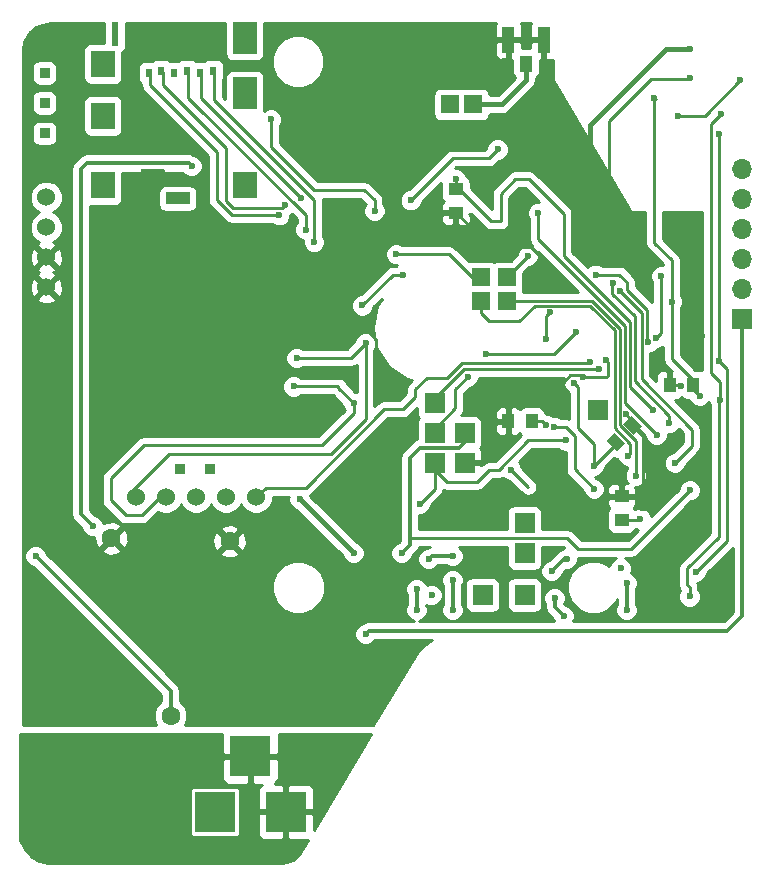
<source format=gbr>
G04 #@! TF.FileFunction,Copper,L2,Bot,Signal*
%FSLAX46Y46*%
G04 Gerber Fmt 4.6, Leading zero omitted, Abs format (unit mm)*
G04 Created by KiCad (PCBNEW 4.0.7-e2-6376~58~ubuntu16.04.1) date Tue Dec  5 16:52:33 2017*
%MOMM*%
%LPD*%
G01*
G04 APERTURE LIST*
%ADD10C,0.100000*%
%ADD11R,1.700000X1.700000*%
%ADD12C,1.600000*%
%ADD13R,0.850000X0.850000*%
%ADD14O,1.700000X1.700000*%
%ADD15R,3.500000X3.500000*%
%ADD16R,1.000000X2.200000*%
%ADD17R,1.000000X1.400000*%
%ADD18R,1.524000X1.524000*%
%ADD19C,1.524000*%
%ADD20R,2.000000X2.700000*%
%ADD21R,2.000000X2.300000*%
%ADD22R,0.600000X0.800000*%
%ADD23R,0.600000X2.000000*%
%ADD24R,2.000000X1.000000*%
%ADD25R,1.250000X1.000000*%
%ADD26R,1.000000X1.250000*%
%ADD27C,0.600000*%
%ADD28C,0.300000*%
%ADD29C,0.350000*%
%ADD30C,0.250000*%
%ADD31C,0.400000*%
%ADD32C,0.500000*%
%ADD33C,0.254000*%
G04 APERTURE END LIST*
D10*
D11*
X170180000Y-88900000D03*
D12*
X150288000Y-98077000D03*
X140288000Y-97827000D03*
X145288000Y-112827000D03*
D13*
X134620000Y-58420000D03*
X134620000Y-60960000D03*
X146050000Y-91948000D03*
X148590000Y-91948000D03*
D11*
X193675000Y-79248000D03*
D14*
X193675000Y-76708000D03*
X193675000Y-74168000D03*
X193675000Y-71628000D03*
X193675000Y-69088000D03*
X193675000Y-66548000D03*
D11*
X167640000Y-88900000D03*
D15*
X149047200Y-120980200D03*
X155047200Y-120980200D03*
X152047200Y-116280200D03*
D11*
X170180000Y-91440000D03*
X167640000Y-86360000D03*
X167640000Y-91440000D03*
D16*
X173887000Y-55626000D03*
D17*
X175387000Y-57626000D03*
D16*
X176887000Y-55626000D03*
D18*
X168926000Y-61087000D03*
X170926000Y-61087000D03*
X171577000Y-77708000D03*
X171577000Y-75708000D03*
X173736000Y-77708000D03*
X173736000Y-75708000D03*
D19*
X134759700Y-68948300D03*
X134759700Y-71488300D03*
X134759700Y-74028300D03*
X134759700Y-76568300D03*
X142379700Y-94348300D03*
X144919700Y-94348300D03*
X147459700Y-94348300D03*
X149999700Y-94348300D03*
X152539700Y-94348300D03*
D20*
X151567400Y-55422800D03*
D21*
X151567400Y-67892800D03*
D20*
X151567400Y-60122800D03*
D21*
X139567400Y-67892800D03*
X139567400Y-62042800D03*
X139567400Y-57642800D03*
D22*
X148897400Y-58242800D03*
X146697400Y-58242800D03*
X143457400Y-58442800D03*
X147797400Y-58442800D03*
X145597400Y-58442800D03*
X144512400Y-58242800D03*
D23*
X140607400Y-55122800D03*
D24*
X145897400Y-69042800D03*
D25*
X169443400Y-68265800D03*
X169443400Y-70265800D03*
D11*
X175260000Y-96520000D03*
X175260000Y-99060000D03*
X171704000Y-102616000D03*
X181457600Y-86995000D03*
X175260000Y-102616000D03*
D10*
G36*
X183074081Y-90453402D02*
X182190198Y-89569519D01*
X182897305Y-88862412D01*
X183781188Y-89746295D01*
X183074081Y-90453402D01*
X183074081Y-90453402D01*
G37*
G36*
X184488295Y-89039188D02*
X183604412Y-88155305D01*
X184311519Y-87448198D01*
X185195402Y-88332081D01*
X184488295Y-89039188D01*
X184488295Y-89039188D01*
G37*
D25*
X183476900Y-96262700D03*
X183476900Y-94262700D03*
D26*
X175879000Y-87909400D03*
X173879000Y-87909400D03*
X189544200Y-84823300D03*
X187544200Y-84823300D03*
D13*
X134620000Y-63525400D03*
D27*
X183388000Y-100330000D03*
X178816000Y-99568000D03*
X177546000Y-100584000D03*
X177800000Y-102870000D03*
X178562000Y-104394000D03*
X183896000Y-103886000D03*
X183896000Y-101600000D03*
X166116000Y-103886000D03*
X167386000Y-102616000D03*
X169164000Y-103886000D03*
X169164000Y-101346000D03*
X169164000Y-99314000D03*
X167132000Y-99568000D03*
X166116000Y-102108000D03*
X133858000Y-99314000D03*
X175260000Y-61468000D03*
X177800000Y-60706000D03*
X177038000Y-58674000D03*
X190500000Y-96215200D03*
X190728600Y-94538800D03*
X189255400Y-96240600D03*
X171881800Y-85826600D03*
X172135800Y-86995000D03*
X172161200Y-88392000D03*
X172262800Y-89611200D03*
X172186600Y-90805000D03*
X161798000Y-75184000D03*
X189230000Y-56388000D03*
X189242700Y-58877200D03*
X180784500Y-65786000D03*
X177355500Y-66103500D03*
X180022500Y-67881500D03*
X181038500Y-70167500D03*
X188506100Y-84924900D03*
X183845200Y-87299800D03*
X190258700Y-80670400D03*
X165023800Y-85026500D03*
X182372000Y-71564500D03*
X174929800Y-85166200D03*
X176657000Y-73964800D03*
X182194200Y-82727800D03*
X185293000Y-95250000D03*
X180187600Y-84201000D03*
X143637000Y-82296000D03*
X146812000Y-79629000D03*
X150749000Y-79629000D03*
X150622000Y-77470000D03*
X146431000Y-77343000D03*
X146558000Y-75311000D03*
X150495000Y-75311000D03*
X150622000Y-73025000D03*
X146431000Y-73406000D03*
X146431000Y-72009000D03*
X151003000Y-72009000D03*
X156972000Y-80391000D03*
X156718000Y-74422000D03*
X156972000Y-77597000D03*
X141732000Y-68707000D03*
X143002000Y-69723000D03*
X144526000Y-66802000D03*
X143002000Y-66802000D03*
X172847000Y-59817000D03*
X174117000Y-58674000D03*
X165735000Y-62865000D03*
X165481000Y-60833000D03*
X163830000Y-61722000D03*
X162433000Y-60833000D03*
X161290000Y-59055000D03*
X163703000Y-58420000D03*
X162306000Y-56642000D03*
X160020000Y-57785000D03*
X159766000Y-55118000D03*
X162306000Y-54610000D03*
X173609000Y-57404000D03*
X161645600Y-66903600D03*
X165773100Y-66446400D03*
X177787300Y-88392000D03*
X181152800Y-93637100D03*
X185077100Y-96151700D03*
X177038000Y-88188800D03*
X174117000Y-92011500D03*
X147066000Y-66294000D03*
X138684000Y-96774000D03*
X177419000Y-78689200D03*
X177114200Y-80975200D03*
X153784300Y-62344300D03*
X162560000Y-70104000D03*
X161798000Y-105918000D03*
X164388800Y-73761600D03*
X175539400Y-73914000D03*
X186436000Y-89052400D03*
X176428400Y-70256400D03*
X186131200Y-86944200D03*
X169418000Y-67437000D03*
X168529000Y-61341000D03*
X170484800Y-84124800D03*
X181584600Y-83489800D03*
X178752500Y-89535000D03*
X166395400Y-94894400D03*
X187985400Y-91440000D03*
X183311800Y-76860400D03*
X165620700Y-69202300D03*
X172974000Y-64897000D03*
X191858900Y-61912500D03*
X191795400Y-86080600D03*
X189230000Y-102743000D03*
X191757300Y-63627000D03*
X189788800Y-100634800D03*
X191719200Y-82778600D03*
X179578000Y-80391000D03*
X172034200Y-82219800D03*
X184048400Y-90855800D03*
X184683400Y-92506800D03*
X180771800Y-82905600D03*
X187502800Y-88087200D03*
X182727600Y-76200000D03*
X161798000Y-81280000D03*
X155956000Y-82550000D03*
X155702000Y-84963000D03*
X160782000Y-86360000D03*
X185750200Y-81229200D03*
X181279800Y-75488800D03*
X161518600Y-78105000D03*
X164947600Y-75514200D03*
X164846000Y-99060000D03*
X186258200Y-60515500D03*
X188252100Y-62052200D03*
X193509900Y-59042300D03*
X187731400Y-77774800D03*
X190093600Y-85750400D03*
X189255400Y-93751400D03*
X179451000Y-84658200D03*
X181152800Y-91668600D03*
X160782000Y-99060000D03*
X156210000Y-94488000D03*
X157429200Y-72745600D03*
X156718000Y-71678800D03*
X154508200Y-70459600D03*
X154990800Y-69621400D03*
X156362400Y-69037200D03*
X186410600Y-80822800D03*
X186817000Y-75615800D03*
D28*
X178816000Y-99568000D02*
X178562000Y-99568000D01*
X177546000Y-100584000D02*
X178562000Y-99568000D01*
X177800000Y-103632000D02*
X177800000Y-102870000D01*
X178562000Y-104394000D02*
X177800000Y-103632000D01*
X183896000Y-101600000D02*
X183896000Y-103886000D01*
X169164000Y-101346000D02*
X169164000Y-103886000D01*
X167386000Y-99314000D02*
X169164000Y-99314000D01*
X167132000Y-99568000D02*
X167386000Y-99314000D01*
X166116000Y-102108000D02*
X166116000Y-103886000D01*
D29*
X145288000Y-110744000D02*
X145288000Y-112827000D01*
X133858000Y-99314000D02*
X145288000Y-110744000D01*
D28*
X176887000Y-55626000D02*
X176887000Y-58523000D01*
X177038000Y-61468000D02*
X175260000Y-61468000D01*
X177800000Y-60706000D02*
X177038000Y-61468000D01*
X176887000Y-58523000D02*
X177038000Y-58674000D01*
D30*
X190500000Y-96215200D02*
X190728600Y-95986600D01*
X190728600Y-95986600D02*
X190728600Y-94538800D01*
X189255400Y-96240600D02*
X189788800Y-96774000D01*
X189788800Y-96774000D02*
X190119000Y-96774000D01*
X172135800Y-88366600D02*
X172135800Y-86995000D01*
X172161200Y-88392000D02*
X172135800Y-88366600D01*
X172262800Y-90728800D02*
X172262800Y-89611200D01*
X172186600Y-90805000D02*
X172262800Y-90728800D01*
D31*
X161036000Y-74422000D02*
X156718000Y-74422000D01*
X161798000Y-75184000D02*
X161036000Y-74422000D01*
X169443400Y-70265800D02*
X169443400Y-70129400D01*
X180784500Y-65786000D02*
X180784500Y-62801500D01*
X187198000Y-56388000D02*
X189230000Y-56388000D01*
X180784500Y-62801500D02*
X187198000Y-56388000D01*
D30*
X187544200Y-84823300D02*
X188404500Y-84823300D01*
X188404500Y-84823300D02*
X188506100Y-84924900D01*
X182372000Y-62496700D02*
X182372000Y-71564500D01*
X185928000Y-58940700D02*
X182372000Y-62496700D01*
X189179200Y-58940700D02*
X185928000Y-58940700D01*
X189242700Y-58877200D02*
X189179200Y-58940700D01*
D31*
X177355500Y-66103500D02*
X179133500Y-67881500D01*
X179133500Y-67881500D02*
X180022500Y-67881500D01*
X181038500Y-70167500D02*
X182372000Y-71501000D01*
X182372000Y-71501000D02*
X182372000Y-71564500D01*
D30*
X188506100Y-84924900D02*
X188493400Y-84924900D01*
X184399907Y-88243693D02*
X184399907Y-87854507D01*
X184399907Y-87854507D02*
X183845200Y-87299800D01*
X162064700Y-80391000D02*
X156972000Y-80391000D01*
X162687000Y-81013300D02*
X162064700Y-80391000D01*
X162687000Y-82689700D02*
X162687000Y-81013300D01*
X165023800Y-85026500D02*
X162687000Y-82689700D01*
X177571400Y-85166200D02*
X177977800Y-85166200D01*
X177977800Y-85166200D02*
X178587400Y-84556600D01*
X177571400Y-85166200D02*
X174929800Y-85166200D01*
X176657000Y-73964800D02*
X175844200Y-73152000D01*
X175844200Y-73152000D02*
X172379600Y-73152000D01*
X172379600Y-73152000D02*
X169443400Y-70215800D01*
X182194200Y-82727800D02*
X182321200Y-82854800D01*
X182321200Y-82854800D02*
X182321200Y-84074000D01*
X182321200Y-84074000D02*
X182194200Y-84201000D01*
X182194200Y-84201000D02*
X180187600Y-84201000D01*
X184313751Y-88355249D02*
X184519649Y-88355249D01*
X184519649Y-88355249D02*
X185318400Y-89154000D01*
X185318400Y-89154000D02*
X185318400Y-95224600D01*
X185318400Y-95224600D02*
X185293000Y-95250000D01*
X180187600Y-84201000D02*
X180009800Y-84023200D01*
X180009800Y-84023200D02*
X179120800Y-84023200D01*
X179120800Y-84023200D02*
X178587400Y-84556600D01*
D32*
X143637000Y-82296000D02*
X146304000Y-79629000D01*
X146304000Y-79629000D02*
X146812000Y-79629000D01*
X150749000Y-79629000D02*
X150622000Y-79502000D01*
X150622000Y-79502000D02*
X150622000Y-77470000D01*
X146431000Y-77343000D02*
X146558000Y-77216000D01*
X146558000Y-77216000D02*
X146558000Y-75311000D01*
X150495000Y-75311000D02*
X150622000Y-75184000D01*
X150622000Y-75184000D02*
X150622000Y-73025000D01*
X146431000Y-73406000D02*
X146431000Y-72009000D01*
X151003000Y-72009000D02*
X153416000Y-74422000D01*
X153416000Y-74422000D02*
X156718000Y-74422000D01*
X156972000Y-77597000D02*
X156972000Y-80391000D01*
X141986000Y-68707000D02*
X141732000Y-68707000D01*
X143002000Y-69723000D02*
X141986000Y-68707000D01*
X143002000Y-66802000D02*
X144526000Y-66802000D01*
X172974000Y-59817000D02*
X172847000Y-59817000D01*
X174117000Y-58674000D02*
X172974000Y-59817000D01*
X165735000Y-61087000D02*
X165735000Y-62865000D01*
X165481000Y-60833000D02*
X165735000Y-61087000D01*
X163322000Y-61722000D02*
X163830000Y-61722000D01*
X162433000Y-60833000D02*
X163322000Y-61722000D01*
X163068000Y-59055000D02*
X161290000Y-59055000D01*
X163703000Y-58420000D02*
X163068000Y-59055000D01*
X161163000Y-56642000D02*
X162306000Y-56642000D01*
X160020000Y-57785000D02*
X161163000Y-56642000D01*
X161798000Y-55118000D02*
X159766000Y-55118000D01*
X162306000Y-54610000D02*
X161798000Y-55118000D01*
D30*
X173887000Y-57126000D02*
X173887000Y-55626000D01*
X173609000Y-57404000D02*
X173887000Y-57126000D01*
X178765200Y-88392000D02*
X177787300Y-88392000D01*
X179501800Y-89128600D02*
X178765200Y-88392000D01*
X179501800Y-91986100D02*
X179501800Y-89128600D01*
X181152800Y-93637100D02*
X179501800Y-91986100D01*
X184966100Y-96262700D02*
X183476900Y-96262700D01*
X185077100Y-96151700D02*
X184966100Y-96262700D01*
X176758600Y-87909400D02*
X175879000Y-87909400D01*
X177038000Y-88188800D02*
X176758600Y-87909400D01*
X174117000Y-92011500D02*
X175577500Y-93472000D01*
X175577500Y-93472000D02*
X175593500Y-93472000D01*
D29*
X146812000Y-66040000D02*
X147066000Y-66294000D01*
X138176000Y-66040000D02*
X146812000Y-66040000D01*
X137668000Y-66548000D02*
X138176000Y-66040000D01*
X137668000Y-95758000D02*
X137668000Y-66548000D01*
X138684000Y-96774000D02*
X137668000Y-95758000D01*
D30*
X177114200Y-80975200D02*
X177114200Y-78994000D01*
X177114200Y-78994000D02*
X177419000Y-78689200D01*
X162560000Y-69215000D02*
X162560000Y-70104000D01*
X161683700Y-68338700D02*
X162560000Y-69215000D01*
X157470096Y-68338700D02*
X161683700Y-68338700D01*
X153809700Y-64678304D02*
X157470096Y-68338700D01*
X153809700Y-62369700D02*
X153809700Y-64678304D01*
X153784300Y-62344300D02*
X153809700Y-62369700D01*
D28*
X166992300Y-105625900D02*
X167005000Y-105625900D01*
D29*
X162090100Y-105625900D02*
X166992300Y-105625900D01*
X161798000Y-105918000D02*
X162090100Y-105625900D01*
D28*
X193675000Y-104394000D02*
X193675000Y-79248000D01*
X167005000Y-105625900D02*
X192443100Y-105625900D01*
X192443100Y-105625900D02*
X193675000Y-104394000D01*
D30*
X171577000Y-75708000D02*
X170805600Y-75708000D01*
X168859200Y-73761600D02*
X164388800Y-73761600D01*
X170805600Y-75708000D02*
X168859200Y-73761600D01*
X173736000Y-75708000D02*
X173745400Y-75708000D01*
X173745400Y-75708000D02*
X175539400Y-73914000D01*
X186436000Y-89052400D02*
X183743600Y-86360000D01*
X183743600Y-86360000D02*
X183743600Y-79832200D01*
X183743600Y-79832200D02*
X176428400Y-72517000D01*
X176428400Y-72517000D02*
X176428400Y-70256400D01*
X169443400Y-68315800D02*
X169763400Y-68315800D01*
X169763400Y-68315800D02*
X172440600Y-70993000D01*
X172440600Y-70993000D02*
X173228000Y-70993000D01*
X174701200Y-67411600D02*
X174472600Y-67411600D01*
X173228000Y-68656200D02*
X173228000Y-70993000D01*
X174472600Y-67411600D02*
X173228000Y-68656200D01*
X186131200Y-86944200D02*
X184181798Y-84994798D01*
X184181798Y-84994798D02*
X184181798Y-79508398D01*
X184181798Y-79508398D02*
X178562000Y-73888600D01*
X178562000Y-73888600D02*
X178562000Y-70332600D01*
X178562000Y-70332600D02*
X175641000Y-67411600D01*
X175641000Y-67411600D02*
X174701200Y-67411600D01*
X174701200Y-67411600D02*
X174675800Y-67411600D01*
X169418000Y-67437000D02*
X169418000Y-68580000D01*
X169443400Y-67462400D02*
X169443400Y-68315800D01*
X169418000Y-67437000D02*
X169443400Y-67462400D01*
D31*
X168529000Y-61341000D02*
X168783000Y-61087000D01*
X168783000Y-61087000D02*
X168926000Y-61087000D01*
D30*
X193675000Y-69088000D02*
X193675000Y-69773800D01*
X193675000Y-69088000D02*
X192989200Y-69088000D01*
X170484800Y-84124800D02*
X169392600Y-85217000D01*
X169392600Y-85217000D02*
X169392600Y-86817200D01*
X169392600Y-86817200D02*
X167640000Y-88569800D01*
X167640000Y-88569800D02*
X167640000Y-88900000D01*
X167640000Y-86360000D02*
X167640000Y-85953600D01*
X167640000Y-85953600D02*
X170103800Y-83489800D01*
X170103800Y-83489800D02*
X181584600Y-83489800D01*
X181584600Y-83489800D02*
X181584600Y-83489800D01*
X172243750Y-92043250D02*
X173069250Y-92043250D01*
X175577500Y-89535000D02*
X175704500Y-89535000D01*
X173069250Y-92043250D02*
X175577500Y-89535000D01*
X167640000Y-91440000D02*
X167640000Y-92011500D01*
X167640000Y-92011500D02*
X168656000Y-93027500D01*
X175704500Y-89535000D02*
X178752500Y-89535000D01*
X171259500Y-93027500D02*
X172243750Y-92043250D01*
X168656000Y-93027500D02*
X171259500Y-93027500D01*
X167640000Y-91440000D02*
X167640000Y-91998800D01*
X167640000Y-93649800D02*
X167640000Y-91440000D01*
X166395400Y-94894400D02*
X167640000Y-93649800D01*
X167640000Y-90982800D02*
X167640000Y-91440000D01*
X189433200Y-89992200D02*
X187985400Y-91440000D01*
X189433200Y-88620600D02*
X189433200Y-89992200D01*
X185166000Y-84353400D02*
X189433200Y-88620600D01*
X185166000Y-78714600D02*
X185166000Y-84353400D01*
X183311800Y-76860400D02*
X185166000Y-78714600D01*
X169164000Y-65659000D02*
X165620700Y-69202300D01*
X172212000Y-65659000D02*
X169164000Y-65659000D01*
X172974000Y-64897000D02*
X172212000Y-65659000D01*
X165620700Y-69202300D02*
X165608000Y-69215000D01*
X191795400Y-86080600D02*
X191795400Y-84569300D01*
X191033400Y-62738000D02*
X191858900Y-61912500D01*
X191033400Y-83807300D02*
X191033400Y-62738000D01*
X191795400Y-84569300D02*
X191033400Y-83807300D01*
X191719200Y-86156800D02*
X191719200Y-86741000D01*
X191795400Y-86080600D02*
X191719200Y-86156800D01*
X189230000Y-102743000D02*
X189230000Y-101955600D01*
X189230000Y-101955600D02*
X189052200Y-101777800D01*
X189052200Y-101777800D02*
X189052200Y-100355400D01*
X189052200Y-100355400D02*
X191719200Y-97688400D01*
X191719200Y-97688400D02*
X191719200Y-86741000D01*
X191719200Y-82778600D02*
X191719200Y-63677800D01*
X191757300Y-63639700D02*
X191757300Y-63627000D01*
X191719200Y-63677800D02*
X191757300Y-63639700D01*
X192405000Y-85090000D02*
X192405000Y-98018600D01*
X192405000Y-98018600D02*
X189788800Y-100634800D01*
X192405000Y-85090000D02*
X192405000Y-83489800D01*
X191719200Y-82804000D02*
X191719200Y-82778600D01*
X192405000Y-83489800D02*
X191719200Y-82804000D01*
X177774600Y-82194400D02*
X179578000Y-80391000D01*
X172059600Y-82194400D02*
X177774600Y-82194400D01*
X172034200Y-82219800D02*
X172059600Y-82194400D01*
X171577000Y-78765400D02*
X171577000Y-77708000D01*
X172237400Y-79425800D02*
X171577000Y-78765400D01*
X174828200Y-79425800D02*
X172237400Y-79425800D01*
X176145998Y-78108002D02*
X174828200Y-79425800D01*
X180771800Y-78108002D02*
X176145998Y-78108002D01*
X182880000Y-80216202D02*
X180771800Y-78108002D01*
X182880000Y-88493600D02*
X182880000Y-80216202D01*
X184226200Y-89839800D02*
X182880000Y-88493600D01*
X184226200Y-90678000D02*
X184226200Y-89839800D01*
X184048400Y-90855800D02*
X184226200Y-90678000D01*
X173736000Y-77708000D02*
X180959000Y-77708000D01*
X184683400Y-89611200D02*
X184683400Y-92506800D01*
X183311800Y-88239600D02*
X184683400Y-89611200D01*
X183311800Y-88214200D02*
X183311800Y-88239600D01*
X180959000Y-77708000D02*
X183311800Y-80060800D01*
X183311800Y-87604600D02*
X183311800Y-88214200D01*
X183311800Y-80060800D02*
X183311800Y-87604600D01*
X163353750Y-86887050D02*
X164953950Y-86887050D01*
X166966900Y-84277200D02*
X167944800Y-84277200D01*
X166027100Y-85217000D02*
X166966900Y-84277200D01*
X166027100Y-85813900D02*
X166027100Y-85217000D01*
X164953950Y-86887050D02*
X166027100Y-85813900D01*
X168656000Y-84277200D02*
X167944800Y-84277200D01*
X169951400Y-82981800D02*
X168656000Y-84277200D01*
X180695600Y-82981800D02*
X169951400Y-82981800D01*
X180771800Y-82905600D02*
X180695600Y-82981800D01*
X163353750Y-86887050D02*
X156718000Y-93522800D01*
X156718000Y-93522800D02*
X153365200Y-93522800D01*
X153365200Y-93522800D02*
X152539700Y-94348300D01*
X187502800Y-87452200D02*
X187502800Y-88087200D01*
X184581800Y-84531200D02*
X187502800Y-87452200D01*
X184581800Y-79019400D02*
X184581800Y-84531200D01*
X182676800Y-77114400D02*
X184581800Y-79019400D01*
X182676800Y-76250800D02*
X182676800Y-77114400D01*
X182727600Y-76200000D02*
X182676800Y-76250800D01*
X157454600Y-82550000D02*
X159496000Y-82550000D01*
X160528000Y-82550000D02*
X161798000Y-81280000D01*
X159496000Y-82550000D02*
X160528000Y-82550000D01*
X141980000Y-94160000D02*
X141980000Y-93859000D01*
X141980000Y-93859000D02*
X145161000Y-90678000D01*
X161798000Y-87757000D02*
X161798000Y-81280000D01*
X158877000Y-90678000D02*
X161798000Y-87757000D01*
X145161000Y-90678000D02*
X158877000Y-90678000D01*
X155956000Y-82550000D02*
X157454600Y-82550000D01*
X157454600Y-82550000D02*
X157496000Y-82550000D01*
X157496000Y-84963000D02*
X159496000Y-84963000D01*
X157496000Y-84963000D02*
X155702000Y-84963000D01*
X159496000Y-85074000D02*
X160782000Y-86360000D01*
X159496000Y-84963000D02*
X159496000Y-85074000D01*
X144520000Y-94160000D02*
X144520000Y-94240000D01*
X144520000Y-94240000D02*
X142875000Y-95885000D01*
X160782000Y-87249000D02*
X160782000Y-86360000D01*
X158115000Y-89916000D02*
X160782000Y-87249000D01*
X143002000Y-89916000D02*
X158115000Y-89916000D01*
X140208000Y-92710000D02*
X143002000Y-89916000D01*
X140208000Y-94615000D02*
X140208000Y-92710000D01*
X141478000Y-95885000D02*
X140208000Y-94615000D01*
X142875000Y-95885000D02*
X141478000Y-95885000D01*
X185750200Y-81229200D02*
X185648600Y-81127600D01*
X185648600Y-81127600D02*
X185648600Y-78511400D01*
X185648600Y-78511400D02*
X183946800Y-76809600D01*
X183946800Y-76809600D02*
X183946800Y-76149200D01*
X183946800Y-76149200D02*
X183286400Y-75488800D01*
X183286400Y-75488800D02*
X181279800Y-75488800D01*
X164134800Y-75488800D02*
X161518600Y-78105000D01*
X164922200Y-75488800D02*
X164134800Y-75488800D01*
X164947600Y-75514200D02*
X164922200Y-75488800D01*
D31*
X170926000Y-61087000D02*
X173355000Y-61087000D01*
X175387000Y-59055000D02*
X175387000Y-57626000D01*
X173355000Y-61087000D02*
X175387000Y-59055000D01*
D29*
X165557200Y-98044000D02*
X165557200Y-90982800D01*
X169672000Y-90170000D02*
X170180000Y-89662000D01*
X166370000Y-90170000D02*
X169672000Y-90170000D01*
X165557200Y-90982800D02*
X166370000Y-90170000D01*
X170180000Y-89662000D02*
X170180000Y-88900000D01*
X164846000Y-99060000D02*
X165557200Y-98348800D01*
X165557200Y-98348800D02*
X165557200Y-98044000D01*
X165557200Y-98044000D02*
X165557200Y-97840800D01*
D30*
X186258200Y-60515500D02*
X186258200Y-72796400D01*
X187731400Y-74269600D02*
X187731400Y-77774800D01*
X186258200Y-72796400D02*
X187731400Y-74269600D01*
X186258200Y-60515500D02*
X186372500Y-60629800D01*
X190500000Y-62052200D02*
X188252100Y-62052200D01*
X193509900Y-59042300D02*
X190500000Y-62052200D01*
X189544200Y-84823300D02*
X189544200Y-84439000D01*
X189544200Y-84439000D02*
X187731400Y-82626200D01*
X187731400Y-82626200D02*
X187731400Y-77774800D01*
X190093600Y-85750400D02*
X189544200Y-85201000D01*
X189544200Y-85201000D02*
X189544200Y-84823300D01*
X178879500Y-97802700D02*
X179781200Y-98704400D01*
X179781200Y-98704400D02*
X184302400Y-98704400D01*
X184302400Y-98704400D02*
X189255400Y-93751400D01*
X165557200Y-97840800D02*
X165595300Y-97802700D01*
X165595300Y-97802700D02*
X178879500Y-97802700D01*
X181152800Y-89941400D02*
X181152800Y-89865200D01*
X179806600Y-88519000D02*
X179806600Y-85001100D01*
X181152800Y-89865200D02*
X179806600Y-88519000D01*
X179451000Y-84658200D02*
X179463700Y-84658200D01*
X179463700Y-84658200D02*
X179806600Y-85001100D01*
X170180000Y-88900000D02*
X170180000Y-89179400D01*
X181152800Y-91668600D02*
X181152800Y-89941400D01*
X182970249Y-89698751D02*
X182970249Y-89851151D01*
X182970249Y-89851151D02*
X181152800Y-91668600D01*
D31*
X156210000Y-94488000D02*
X160655000Y-98933000D01*
X160655000Y-98933000D02*
X160782000Y-99060000D01*
D30*
X148999000Y-58319000D02*
X148999000Y-60734000D01*
X157429200Y-69164200D02*
X157429200Y-72745600D01*
X148999000Y-60734000D02*
X157429200Y-69164200D01*
X148999000Y-58319000D02*
X148999000Y-58646000D01*
X146799000Y-58319000D02*
X146799000Y-60515200D01*
X156718000Y-70434200D02*
X156718000Y-71678800D01*
X146799000Y-60515200D02*
X156718000Y-70434200D01*
X143559000Y-58519000D02*
X143559000Y-59459600D01*
X150520400Y-70459600D02*
X154508200Y-70459600D01*
X149199600Y-69138800D02*
X150520400Y-70459600D01*
X149199600Y-65100200D02*
X149199600Y-69138800D01*
X143559000Y-59459600D02*
X149199600Y-65100200D01*
X144614000Y-58319000D02*
X144614000Y-59397000D01*
X154762200Y-69850000D02*
X154990800Y-69621400D01*
X150545800Y-69850000D02*
X154762200Y-69850000D01*
X149961600Y-69265800D02*
X150545800Y-69850000D01*
X149961600Y-64744600D02*
X149961600Y-69265800D01*
X144614000Y-59397000D02*
X149961600Y-64744600D01*
X147873600Y-58468200D02*
X147873600Y-60573800D01*
X156337000Y-69037200D02*
X156362400Y-69037200D01*
X147873600Y-60573800D02*
X156337000Y-69037200D01*
X186410600Y-80822800D02*
X186817000Y-80416400D01*
X186817000Y-80416400D02*
X186817000Y-75615800D01*
D33*
G36*
X139659960Y-55845360D02*
X138567400Y-55845360D01*
X138332083Y-55889638D01*
X138115959Y-56028710D01*
X137970969Y-56240910D01*
X137919960Y-56492800D01*
X137919960Y-58792800D01*
X137964238Y-59028117D01*
X138103310Y-59244241D01*
X138315510Y-59389231D01*
X138567400Y-59440240D01*
X140567400Y-59440240D01*
X140802717Y-59395962D01*
X141018841Y-59256890D01*
X141163831Y-59044690D01*
X141214840Y-58792800D01*
X141214840Y-58042800D01*
X142509960Y-58042800D01*
X142509960Y-58842800D01*
X142554238Y-59078117D01*
X142693310Y-59294241D01*
X142799000Y-59366456D01*
X142799000Y-59459600D01*
X142856852Y-59750439D01*
X143021599Y-59997001D01*
X148439600Y-65415002D01*
X148439600Y-69138800D01*
X148497452Y-69429639D01*
X148662199Y-69676201D01*
X149982999Y-70997001D01*
X150229560Y-71161748D01*
X150520400Y-71219600D01*
X153945737Y-71219600D01*
X153977873Y-71251792D01*
X154321401Y-71394438D01*
X154693367Y-71394762D01*
X155037143Y-71252717D01*
X155300392Y-70989927D01*
X155443038Y-70646399D01*
X155443212Y-70446139D01*
X155519743Y-70414517D01*
X155571674Y-70362676D01*
X155958000Y-70749002D01*
X155958000Y-71116337D01*
X155925808Y-71148473D01*
X155783162Y-71492001D01*
X155782838Y-71863967D01*
X155924883Y-72207743D01*
X156187673Y-72470992D01*
X156494328Y-72598327D01*
X156494038Y-72930767D01*
X156636083Y-73274543D01*
X156898873Y-73537792D01*
X157242401Y-73680438D01*
X157614367Y-73680762D01*
X157958143Y-73538717D01*
X158221392Y-73275927D01*
X158364038Y-72932399D01*
X158364362Y-72560433D01*
X158222317Y-72216657D01*
X158189200Y-72183482D01*
X158189200Y-69164200D01*
X158176171Y-69098700D01*
X161368898Y-69098700D01*
X161800000Y-69529802D01*
X161800000Y-69541537D01*
X161767808Y-69573673D01*
X161625162Y-69917201D01*
X161624838Y-70289167D01*
X161766883Y-70632943D01*
X162029673Y-70896192D01*
X162373201Y-71038838D01*
X162745167Y-71039162D01*
X163088943Y-70897117D01*
X163352192Y-70634327D01*
X163386564Y-70551550D01*
X168183400Y-70551550D01*
X168183400Y-70892109D01*
X168280073Y-71125498D01*
X168458701Y-71304127D01*
X168692090Y-71400800D01*
X169157650Y-71400800D01*
X169316400Y-71242050D01*
X169316400Y-70392800D01*
X168342150Y-70392800D01*
X168183400Y-70551550D01*
X163386564Y-70551550D01*
X163494838Y-70290799D01*
X163495162Y-69918833D01*
X163353117Y-69575057D01*
X163320000Y-69541882D01*
X163320000Y-69215000D01*
X163296866Y-69098700D01*
X163262148Y-68924160D01*
X163097401Y-68677599D01*
X162221101Y-67801299D01*
X161974539Y-67636552D01*
X161683700Y-67578700D01*
X157784898Y-67578700D01*
X154569700Y-64363502D01*
X154569700Y-62881407D01*
X154576492Y-62874627D01*
X154719138Y-62531099D01*
X154719462Y-62159133D01*
X154577417Y-61815357D01*
X154314627Y-61552108D01*
X153971099Y-61409462D01*
X153599133Y-61409138D01*
X153255357Y-61551183D01*
X153184679Y-61621737D01*
X153214840Y-61472800D01*
X153214840Y-60325000D01*
X167516560Y-60325000D01*
X167516560Y-61849000D01*
X167560838Y-62084317D01*
X167699910Y-62300441D01*
X167912110Y-62445431D01*
X168164000Y-62496440D01*
X169688000Y-62496440D01*
X169923317Y-62452162D01*
X169928591Y-62448768D01*
X170164000Y-62496440D01*
X171688000Y-62496440D01*
X171923317Y-62452162D01*
X172139441Y-62313090D01*
X172284431Y-62100890D01*
X172320657Y-61922000D01*
X173355000Y-61922000D01*
X173674541Y-61858439D01*
X173945434Y-61677434D01*
X175977434Y-59645434D01*
X176109247Y-59448162D01*
X176158439Y-59374541D01*
X176222000Y-59055000D01*
X176222000Y-58865018D01*
X176338441Y-58790090D01*
X176483431Y-58577890D01*
X176534440Y-58326000D01*
X176534440Y-57361000D01*
X176601250Y-57361000D01*
X176760000Y-57202250D01*
X176760000Y-55753000D01*
X175910750Y-55753000D01*
X175752000Y-55911750D01*
X175752000Y-56278560D01*
X175022000Y-56278560D01*
X175022000Y-55911750D01*
X174863250Y-55753000D01*
X174014000Y-55753000D01*
X174014000Y-57202250D01*
X174172750Y-57361000D01*
X174239560Y-57361000D01*
X174239560Y-58326000D01*
X174283838Y-58561317D01*
X174422910Y-58777441D01*
X174459019Y-58802113D01*
X173009132Y-60252000D01*
X172321704Y-60252000D01*
X172291162Y-60089683D01*
X172152090Y-59873559D01*
X171939890Y-59728569D01*
X171688000Y-59677560D01*
X170164000Y-59677560D01*
X169928683Y-59721838D01*
X169923409Y-59725232D01*
X169688000Y-59677560D01*
X168164000Y-59677560D01*
X167928683Y-59721838D01*
X167712559Y-59860910D01*
X167567569Y-60073110D01*
X167516560Y-60325000D01*
X153214840Y-60325000D01*
X153214840Y-58772800D01*
X153170562Y-58537483D01*
X153031490Y-58321359D01*
X152819290Y-58176369D01*
X152567400Y-58125360D01*
X150567400Y-58125360D01*
X150332083Y-58169638D01*
X150115959Y-58308710D01*
X149970969Y-58520910D01*
X149919960Y-58772800D01*
X149919960Y-60580158D01*
X149759000Y-60419198D01*
X149759000Y-58945667D01*
X149793831Y-58894690D01*
X149844840Y-58642800D01*
X149844840Y-57897419D01*
X153847613Y-57897419D01*
X154187155Y-58719172D01*
X154815321Y-59348436D01*
X155636481Y-59689411D01*
X156525619Y-59690187D01*
X157347372Y-59350645D01*
X157976636Y-58722479D01*
X158317611Y-57901319D01*
X158318387Y-57012181D01*
X157978845Y-56190428D01*
X157700654Y-55911750D01*
X172752000Y-55911750D01*
X172752000Y-56852309D01*
X172848673Y-57085698D01*
X173027301Y-57264327D01*
X173260690Y-57361000D01*
X173601250Y-57361000D01*
X173760000Y-57202250D01*
X173760000Y-55753000D01*
X172910750Y-55753000D01*
X172752000Y-55911750D01*
X157700654Y-55911750D01*
X157350679Y-55561164D01*
X156529519Y-55220189D01*
X155640381Y-55219413D01*
X154818628Y-55558955D01*
X154189364Y-56187121D01*
X153848389Y-57008281D01*
X153847613Y-57897419D01*
X149844840Y-57897419D01*
X149844840Y-57842800D01*
X149800562Y-57607483D01*
X149661490Y-57391359D01*
X149449290Y-57246369D01*
X149197400Y-57195360D01*
X148597400Y-57195360D01*
X148362083Y-57239638D01*
X148145959Y-57378710D01*
X148130063Y-57401974D01*
X148097400Y-57395360D01*
X147497400Y-57395360D01*
X147467665Y-57400955D01*
X147461490Y-57391359D01*
X147249290Y-57246369D01*
X146997400Y-57195360D01*
X146397400Y-57195360D01*
X146162083Y-57239638D01*
X145945959Y-57378710D01*
X145930063Y-57401974D01*
X145897400Y-57395360D01*
X145297400Y-57395360D01*
X145281045Y-57398437D01*
X145276490Y-57391359D01*
X145064290Y-57246369D01*
X144812400Y-57195360D01*
X144212400Y-57195360D01*
X143977083Y-57239638D01*
X143760959Y-57378710D01*
X143749583Y-57395360D01*
X143157400Y-57395360D01*
X142922083Y-57439638D01*
X142705959Y-57578710D01*
X142560969Y-57790910D01*
X142509960Y-58042800D01*
X141214840Y-58042800D01*
X141214840Y-56679552D01*
X141358841Y-56586890D01*
X141503831Y-56374690D01*
X141554840Y-56122800D01*
X141554840Y-54177000D01*
X149919960Y-54177000D01*
X149919960Y-56772800D01*
X149964238Y-57008117D01*
X150103310Y-57224241D01*
X150315510Y-57369231D01*
X150567400Y-57420240D01*
X152567400Y-57420240D01*
X152802717Y-57375962D01*
X153018841Y-57236890D01*
X153163831Y-57024690D01*
X153214840Y-56772800D01*
X153214840Y-54177000D01*
X172844242Y-54177000D01*
X172752000Y-54399691D01*
X172752000Y-55340250D01*
X172910750Y-55499000D01*
X173760000Y-55499000D01*
X173760000Y-55479000D01*
X174014000Y-55479000D01*
X174014000Y-55499000D01*
X174863250Y-55499000D01*
X175022000Y-55340250D01*
X175022000Y-54399691D01*
X174929758Y-54177000D01*
X175844242Y-54177000D01*
X175752000Y-54399691D01*
X175752000Y-55340250D01*
X175910750Y-55499000D01*
X176760000Y-55499000D01*
X176760000Y-55479000D01*
X177014000Y-55479000D01*
X177014000Y-55499000D01*
X177034000Y-55499000D01*
X177034000Y-55753000D01*
X177014000Y-55753000D01*
X177014000Y-57202250D01*
X177172750Y-57361000D01*
X177513310Y-57361000D01*
X177673000Y-57294854D01*
X177673000Y-58928000D01*
X177690662Y-58992609D01*
X184294662Y-70168609D01*
X184328413Y-70206057D01*
X184374074Y-70227424D01*
X184404000Y-70231000D01*
X185498200Y-70231000D01*
X185498200Y-72796400D01*
X185556052Y-73087239D01*
X185720799Y-73333801D01*
X186971400Y-74584402D01*
X186971400Y-74680934D01*
X186631833Y-74680638D01*
X186288057Y-74822683D01*
X186024808Y-75085473D01*
X185882162Y-75429001D01*
X185881838Y-75800967D01*
X186023883Y-76144743D01*
X186057000Y-76177918D01*
X186057000Y-77844998D01*
X184706800Y-76494798D01*
X184706800Y-76149200D01*
X184648948Y-75858361D01*
X184484201Y-75611799D01*
X183823801Y-74951399D01*
X183577239Y-74786652D01*
X183286400Y-74728800D01*
X181842263Y-74728800D01*
X181810127Y-74696608D01*
X181466599Y-74553962D01*
X181094633Y-74553638D01*
X180750857Y-74695683D01*
X180597237Y-74849035D01*
X179322000Y-73573798D01*
X179322000Y-70332600D01*
X179264148Y-70041761D01*
X179099401Y-69795199D01*
X176178401Y-66874199D01*
X175931839Y-66709452D01*
X175641000Y-66651600D01*
X174472600Y-66651600D01*
X174181760Y-66709452D01*
X173935199Y-66874199D01*
X172690599Y-68118799D01*
X172525852Y-68365361D01*
X172468000Y-68656200D01*
X172468000Y-69945598D01*
X170715840Y-68193438D01*
X170715840Y-67765800D01*
X170671562Y-67530483D01*
X170532490Y-67314359D01*
X170320290Y-67169369D01*
X170318979Y-67169104D01*
X170211117Y-66908057D01*
X169948327Y-66644808D01*
X169604799Y-66502162D01*
X169395822Y-66501980D01*
X169478802Y-66419000D01*
X172212000Y-66419000D01*
X172502839Y-66361148D01*
X172749401Y-66196401D01*
X173113680Y-65832122D01*
X173159167Y-65832162D01*
X173502943Y-65690117D01*
X173766192Y-65427327D01*
X173908838Y-65083799D01*
X173909162Y-64711833D01*
X173767117Y-64368057D01*
X173504327Y-64104808D01*
X173160799Y-63962162D01*
X172788833Y-63961838D01*
X172445057Y-64103883D01*
X172181808Y-64366673D01*
X172039162Y-64710201D01*
X172039121Y-64757077D01*
X171897198Y-64899000D01*
X169164000Y-64899000D01*
X168873161Y-64956852D01*
X168626599Y-65121599D01*
X165481020Y-68267178D01*
X165435533Y-68267138D01*
X165091757Y-68409183D01*
X164828508Y-68671973D01*
X164685862Y-69015501D01*
X164685538Y-69387467D01*
X164827583Y-69731243D01*
X165090373Y-69994492D01*
X165433901Y-70137138D01*
X165805867Y-70137462D01*
X166149643Y-69995417D01*
X166412892Y-69732627D01*
X166555538Y-69389099D01*
X166555579Y-69342223D01*
X168180852Y-67716950D01*
X168170960Y-67765800D01*
X168170960Y-68765800D01*
X168215238Y-69001117D01*
X168354310Y-69217241D01*
X168422406Y-69263769D01*
X168280073Y-69406102D01*
X168183400Y-69639491D01*
X168183400Y-69980050D01*
X168342150Y-70138800D01*
X169316400Y-70138800D01*
X169316400Y-70118800D01*
X169570400Y-70118800D01*
X169570400Y-70138800D01*
X169590400Y-70138800D01*
X169590400Y-70392800D01*
X169570400Y-70392800D01*
X169570400Y-71242050D01*
X169729150Y-71400800D01*
X170194710Y-71400800D01*
X170428099Y-71304127D01*
X170606727Y-71125498D01*
X170703400Y-70892109D01*
X170703400Y-70551550D01*
X170544652Y-70392802D01*
X170703400Y-70392802D01*
X170703400Y-70330602D01*
X171903199Y-71530401D01*
X172149761Y-71695148D01*
X172440600Y-71753000D01*
X173228000Y-71753000D01*
X173518839Y-71695148D01*
X173765401Y-71530401D01*
X173930148Y-71283839D01*
X173988000Y-70993000D01*
X173988000Y-68971002D01*
X174787402Y-68171600D01*
X175326198Y-68171600D01*
X176476039Y-69321441D01*
X176243233Y-69321238D01*
X175899457Y-69463283D01*
X175636208Y-69726073D01*
X175493562Y-70069601D01*
X175493238Y-70441567D01*
X175635283Y-70785343D01*
X175668400Y-70818518D01*
X175668400Y-72517000D01*
X175726252Y-72807839D01*
X175884704Y-73044979D01*
X175726199Y-72979162D01*
X175354233Y-72978838D01*
X175010457Y-73120883D01*
X174747208Y-73383673D01*
X174604562Y-73727201D01*
X174604521Y-73774077D01*
X174080038Y-74298560D01*
X172974000Y-74298560D01*
X172738683Y-74342838D01*
X172657497Y-74395080D01*
X172590890Y-74349569D01*
X172339000Y-74298560D01*
X170815000Y-74298560D01*
X170579683Y-74342838D01*
X170540472Y-74368070D01*
X169396601Y-73224199D01*
X169150039Y-73059452D01*
X168859200Y-73001600D01*
X164951263Y-73001600D01*
X164919127Y-72969408D01*
X164575599Y-72826762D01*
X164203633Y-72826438D01*
X163859857Y-72968483D01*
X163596608Y-73231273D01*
X163453962Y-73574801D01*
X163453638Y-73946767D01*
X163595683Y-74290543D01*
X163858473Y-74553792D01*
X164202001Y-74696438D01*
X164477721Y-74696678D01*
X164418657Y-74721083D01*
X164410927Y-74728800D01*
X164134800Y-74728800D01*
X163843961Y-74786652D01*
X163597399Y-74951399D01*
X161378920Y-77169878D01*
X161333433Y-77169838D01*
X160989657Y-77311883D01*
X160726408Y-77574673D01*
X160583762Y-77918201D01*
X160583438Y-78290167D01*
X160725483Y-78633943D01*
X160988273Y-78897192D01*
X161331801Y-79039838D01*
X161703767Y-79040162D01*
X162047543Y-78898117D01*
X162310792Y-78635327D01*
X162453438Y-78291799D01*
X162453479Y-78244923D01*
X163166738Y-77531664D01*
X162748527Y-78157561D01*
X162390000Y-79960000D01*
X162536460Y-80696304D01*
X162328327Y-80487808D01*
X161984799Y-80345162D01*
X161612833Y-80344838D01*
X161269057Y-80486883D01*
X161005808Y-80749673D01*
X160863162Y-81093201D01*
X160863121Y-81140077D01*
X160213198Y-81790000D01*
X156518463Y-81790000D01*
X156486327Y-81757808D01*
X156142799Y-81615162D01*
X155770833Y-81614838D01*
X155427057Y-81756883D01*
X155163808Y-82019673D01*
X155021162Y-82363201D01*
X155020838Y-82735167D01*
X155162883Y-83078943D01*
X155425673Y-83342192D01*
X155769201Y-83484838D01*
X156141167Y-83485162D01*
X156484943Y-83343117D01*
X156518118Y-83310000D01*
X160528000Y-83310000D01*
X160818839Y-83252148D01*
X161038000Y-83105710D01*
X161038000Y-85453897D01*
X160968799Y-85425162D01*
X160921923Y-85425121D01*
X160205395Y-84708593D01*
X160198148Y-84672161D01*
X160033401Y-84425599D01*
X159786839Y-84260852D01*
X159496000Y-84203000D01*
X156264463Y-84203000D01*
X156232327Y-84170808D01*
X155888799Y-84028162D01*
X155516833Y-84027838D01*
X155173057Y-84169883D01*
X154909808Y-84432673D01*
X154767162Y-84776201D01*
X154766838Y-85148167D01*
X154908883Y-85491943D01*
X155171673Y-85755192D01*
X155515201Y-85897838D01*
X155887167Y-85898162D01*
X156230943Y-85756117D01*
X156264118Y-85723000D01*
X159070198Y-85723000D01*
X159846878Y-86499680D01*
X159846838Y-86545167D01*
X159988883Y-86888943D01*
X160022000Y-86922118D01*
X160022000Y-86934198D01*
X157800198Y-89156000D01*
X143002000Y-89156000D01*
X142711161Y-89213852D01*
X142464599Y-89378599D01*
X139670599Y-92172599D01*
X139505852Y-92419161D01*
X139448000Y-92710000D01*
X139448000Y-94615000D01*
X139505852Y-94905839D01*
X139670599Y-95152401D01*
X140940599Y-96422401D01*
X141187160Y-96587148D01*
X141478000Y-96645000D01*
X142875000Y-96645000D01*
X143165839Y-96587148D01*
X143412401Y-96422401D01*
X144251368Y-95583434D01*
X144640600Y-95745057D01*
X145196361Y-95745542D01*
X145710003Y-95533310D01*
X146103329Y-95140670D01*
X146189649Y-94932788D01*
X146274690Y-95138603D01*
X146667330Y-95531929D01*
X147180600Y-95745057D01*
X147736361Y-95745542D01*
X148250003Y-95533310D01*
X148643329Y-95140670D01*
X148729649Y-94932788D01*
X148814690Y-95138603D01*
X149207330Y-95531929D01*
X149720600Y-95745057D01*
X150276361Y-95745542D01*
X150790003Y-95533310D01*
X151183329Y-95140670D01*
X151269649Y-94932788D01*
X151354690Y-95138603D01*
X151747330Y-95531929D01*
X152260600Y-95745057D01*
X152816361Y-95745542D01*
X153330003Y-95533310D01*
X153723329Y-95140670D01*
X153936457Y-94627400D01*
X153936758Y-94282800D01*
X155282803Y-94282800D01*
X155275162Y-94301201D01*
X155274838Y-94673167D01*
X155416883Y-95016943D01*
X155679673Y-95280192D01*
X155921910Y-95380778D01*
X159889465Y-99348333D01*
X159988883Y-99588943D01*
X160251673Y-99852192D01*
X160595201Y-99994838D01*
X160967167Y-99995162D01*
X161310943Y-99853117D01*
X161574192Y-99590327D01*
X161716838Y-99246799D01*
X161717162Y-98874833D01*
X161575117Y-98531057D01*
X161312327Y-98267808D01*
X161070090Y-98167222D01*
X157102535Y-94199667D01*
X157090449Y-94170418D01*
X157255401Y-94060201D01*
X163668552Y-87647050D01*
X164953950Y-87647050D01*
X165244789Y-87589198D01*
X165491351Y-87424451D01*
X166142560Y-86773242D01*
X166142560Y-87210000D01*
X166186838Y-87445317D01*
X166307015Y-87632077D01*
X166193569Y-87798110D01*
X166142560Y-88050000D01*
X166142560Y-89405241D01*
X166060027Y-89421657D01*
X165797244Y-89597243D01*
X164984444Y-90410044D01*
X164808858Y-90672826D01*
X164747200Y-90982800D01*
X164747200Y-98013287D01*
X164617917Y-98142570D01*
X164317057Y-98266883D01*
X164053808Y-98529673D01*
X163911162Y-98873201D01*
X163910838Y-99245167D01*
X164052883Y-99588943D01*
X164315673Y-99852192D01*
X164659201Y-99994838D01*
X165031167Y-99995162D01*
X165374943Y-99853117D01*
X165638192Y-99590327D01*
X165763884Y-99287628D01*
X166129957Y-98921556D01*
X166305543Y-98658773D01*
X166324653Y-98562700D01*
X167216580Y-98562700D01*
X167085593Y-98588755D01*
X167019523Y-98632901D01*
X166946833Y-98632838D01*
X166603057Y-98774883D01*
X166339808Y-99037673D01*
X166197162Y-99381201D01*
X166196838Y-99753167D01*
X166338883Y-100096943D01*
X166601673Y-100360192D01*
X166945201Y-100502838D01*
X167317167Y-100503162D01*
X167660943Y-100361117D01*
X167923518Y-100099000D01*
X168626494Y-100099000D01*
X168633673Y-100106192D01*
X168977201Y-100248838D01*
X169349167Y-100249162D01*
X169692943Y-100107117D01*
X169956192Y-99844327D01*
X170098838Y-99500799D01*
X170099162Y-99128833D01*
X169957117Y-98785057D01*
X169735148Y-98562700D01*
X173762560Y-98562700D01*
X173762560Y-99910000D01*
X173806838Y-100145317D01*
X173945910Y-100361441D01*
X174158110Y-100506431D01*
X174410000Y-100557440D01*
X176110000Y-100557440D01*
X176345317Y-100513162D01*
X176561441Y-100374090D01*
X176706431Y-100161890D01*
X176757440Y-99910000D01*
X176757440Y-98562700D01*
X178564698Y-98562700D01*
X178634839Y-98632841D01*
X178630833Y-98632838D01*
X178287057Y-98774883D01*
X178132980Y-98928691D01*
X178006921Y-99012921D01*
X177370995Y-99648847D01*
X177360833Y-99648838D01*
X177017057Y-99790883D01*
X176753808Y-100053673D01*
X176611162Y-100397201D01*
X176610838Y-100769167D01*
X176752883Y-101112943D01*
X177015673Y-101376192D01*
X177359201Y-101518838D01*
X177731167Y-101519162D01*
X178074943Y-101377117D01*
X178338192Y-101114327D01*
X178480838Y-100770799D01*
X178480848Y-100759310D01*
X178737226Y-100502932D01*
X179001167Y-100503162D01*
X179344943Y-100361117D01*
X179608192Y-100098327D01*
X179750838Y-99754799D01*
X179751096Y-99458412D01*
X179781200Y-99464400D01*
X183034480Y-99464400D01*
X182859057Y-99536883D01*
X182595808Y-99799673D01*
X182453162Y-100143201D01*
X182453154Y-100151989D01*
X182367679Y-100066364D01*
X181546519Y-99725389D01*
X180657381Y-99724613D01*
X179835628Y-100064155D01*
X179206364Y-100692321D01*
X178865389Y-101513481D01*
X178864613Y-102402619D01*
X179204155Y-103224372D01*
X179832321Y-103853636D01*
X180653481Y-104194611D01*
X181542619Y-104195387D01*
X182364372Y-103855845D01*
X182993636Y-103227679D01*
X183111000Y-102945035D01*
X183111000Y-103348494D01*
X183103808Y-103355673D01*
X182961162Y-103699201D01*
X182960838Y-104071167D01*
X183102883Y-104414943D01*
X183365673Y-104678192D01*
X183709201Y-104820838D01*
X184081167Y-104821162D01*
X184424943Y-104679117D01*
X184688192Y-104416327D01*
X184830838Y-104072799D01*
X184831162Y-103700833D01*
X184689117Y-103357057D01*
X184681000Y-103348926D01*
X184681000Y-102137506D01*
X184688192Y-102130327D01*
X184830838Y-101786799D01*
X184831162Y-101414833D01*
X184689117Y-101071057D01*
X184426327Y-100807808D01*
X184234991Y-100728358D01*
X184322838Y-100516799D01*
X184323162Y-100144833D01*
X184181117Y-99801057D01*
X183918327Y-99537808D01*
X183741542Y-99464400D01*
X184302400Y-99464400D01*
X184593239Y-99406548D01*
X184839801Y-99241801D01*
X189395080Y-94686522D01*
X189440567Y-94686562D01*
X189784343Y-94544517D01*
X190047592Y-94281727D01*
X190190238Y-93938199D01*
X190190562Y-93566233D01*
X190048517Y-93222457D01*
X189785727Y-92959208D01*
X189442199Y-92816562D01*
X189070233Y-92816238D01*
X188726457Y-92958283D01*
X188463208Y-93221073D01*
X188320562Y-93564601D01*
X188320521Y-93611477D01*
X185998579Y-95933419D01*
X185870217Y-95622757D01*
X185607427Y-95359508D01*
X185263899Y-95216862D01*
X184891933Y-95216538D01*
X184586301Y-95342822D01*
X184565990Y-95311259D01*
X184497894Y-95264731D01*
X184640227Y-95122398D01*
X184736900Y-94889009D01*
X184736900Y-94548450D01*
X184578150Y-94389700D01*
X183603900Y-94389700D01*
X183603900Y-94409700D01*
X183349900Y-94409700D01*
X183349900Y-94389700D01*
X182375650Y-94389700D01*
X182216900Y-94548450D01*
X182216900Y-94889009D01*
X182313573Y-95122398D01*
X182454810Y-95263636D01*
X182400459Y-95298610D01*
X182255469Y-95510810D01*
X182204460Y-95762700D01*
X182204460Y-96762700D01*
X182248738Y-96998017D01*
X182387810Y-97214141D01*
X182600010Y-97359131D01*
X182851900Y-97410140D01*
X184101900Y-97410140D01*
X184337217Y-97365862D01*
X184553341Y-97226790D01*
X184692790Y-97022700D01*
X184736563Y-97022700D01*
X184858617Y-97073381D01*
X183987598Y-97944400D01*
X180096002Y-97944400D01*
X179416901Y-97265299D01*
X179170339Y-97100552D01*
X178879500Y-97042700D01*
X176757440Y-97042700D01*
X176757440Y-95670000D01*
X176713162Y-95434683D01*
X176574090Y-95218559D01*
X176361890Y-95073569D01*
X176110000Y-95022560D01*
X174410000Y-95022560D01*
X174174683Y-95066838D01*
X173958559Y-95205910D01*
X173813569Y-95418110D01*
X173762560Y-95670000D01*
X173762560Y-97042700D01*
X166367200Y-97042700D01*
X166367200Y-95829376D01*
X166580567Y-95829562D01*
X166924343Y-95687517D01*
X167187592Y-95424727D01*
X167330238Y-95081199D01*
X167330279Y-95034323D01*
X168177401Y-94187201D01*
X168342148Y-93940640D01*
X168383396Y-93733275D01*
X168656000Y-93787500D01*
X171259500Y-93787500D01*
X171550339Y-93729648D01*
X171796901Y-93564901D01*
X172558552Y-92803250D01*
X173069250Y-92803250D01*
X173360089Y-92745398D01*
X173461103Y-92677903D01*
X173586673Y-92803692D01*
X173930201Y-92946338D01*
X173977077Y-92946379D01*
X175040099Y-94009401D01*
X175286661Y-94174148D01*
X175577500Y-94232000D01*
X175593500Y-94232000D01*
X175884339Y-94174148D01*
X176130901Y-94009401D01*
X176295648Y-93762839D01*
X176353500Y-93472000D01*
X176295648Y-93181161D01*
X176130901Y-92934599D01*
X176082683Y-92902381D01*
X175052122Y-91871820D01*
X175052162Y-91826333D01*
X174910117Y-91482557D01*
X174807521Y-91379781D01*
X175892302Y-90295000D01*
X178190037Y-90295000D01*
X178222173Y-90327192D01*
X178565701Y-90469838D01*
X178741800Y-90469991D01*
X178741800Y-91986100D01*
X178799652Y-92276939D01*
X178964399Y-92523501D01*
X180217678Y-93776780D01*
X180217638Y-93822267D01*
X180359683Y-94166043D01*
X180622473Y-94429292D01*
X180966001Y-94571938D01*
X181337967Y-94572262D01*
X181681743Y-94430217D01*
X181944992Y-94167427D01*
X182087638Y-93823899D01*
X182087801Y-93636391D01*
X182216900Y-93636391D01*
X182216900Y-93976950D01*
X182375650Y-94135700D01*
X183349900Y-94135700D01*
X183349900Y-93286450D01*
X183191150Y-93127700D01*
X182725590Y-93127700D01*
X182492201Y-93224373D01*
X182313573Y-93403002D01*
X182216900Y-93636391D01*
X182087801Y-93636391D01*
X182087962Y-93451933D01*
X181945917Y-93108157D01*
X181683127Y-92844908D01*
X181339599Y-92702262D01*
X181292723Y-92702221D01*
X181194139Y-92603637D01*
X181337967Y-92603762D01*
X181681743Y-92461717D01*
X181944992Y-92198927D01*
X182087638Y-91855399D01*
X182087679Y-91808523D01*
X182843501Y-91052701D01*
X183065137Y-91100780D01*
X183132699Y-91088067D01*
X183255283Y-91384743D01*
X183518073Y-91647992D01*
X183861601Y-91790638D01*
X183923400Y-91790692D01*
X183923400Y-91944337D01*
X183891208Y-91976473D01*
X183748562Y-92320001D01*
X183748238Y-92691967D01*
X183890283Y-93035743D01*
X183982080Y-93127700D01*
X183762650Y-93127700D01*
X183603900Y-93286450D01*
X183603900Y-94135700D01*
X184578150Y-94135700D01*
X184736900Y-93976950D01*
X184736900Y-93636391D01*
X184656288Y-93441777D01*
X184868567Y-93441962D01*
X185212343Y-93299917D01*
X185475592Y-93037127D01*
X185618238Y-92693599D01*
X185618562Y-92321633D01*
X185476517Y-91977857D01*
X185443400Y-91944682D01*
X185443400Y-89611200D01*
X185428243Y-89535000D01*
X185385548Y-89320360D01*
X185220801Y-89073799D01*
X184291356Y-88144354D01*
X184372254Y-88063456D01*
X185500878Y-89192080D01*
X185500838Y-89237567D01*
X185642883Y-89581343D01*
X185905673Y-89844592D01*
X186249201Y-89987238D01*
X186621167Y-89987562D01*
X186964943Y-89845517D01*
X187228192Y-89582727D01*
X187370838Y-89239199D01*
X187371027Y-89022086D01*
X187687967Y-89022362D01*
X188031743Y-88880317D01*
X188294992Y-88617527D01*
X188312694Y-88574896D01*
X188673200Y-88935402D01*
X188673200Y-89677398D01*
X187845720Y-90504878D01*
X187800233Y-90504838D01*
X187456457Y-90646883D01*
X187193208Y-90909673D01*
X187050562Y-91253201D01*
X187050238Y-91625167D01*
X187192283Y-91968943D01*
X187455073Y-92232192D01*
X187798601Y-92374838D01*
X188170567Y-92375162D01*
X188514343Y-92233117D01*
X188777592Y-91970327D01*
X188920238Y-91626799D01*
X188920279Y-91579923D01*
X189970601Y-90529601D01*
X190135348Y-90283040D01*
X190193200Y-89992200D01*
X190193200Y-88620600D01*
X190135348Y-88329761D01*
X189970601Y-88083199D01*
X187970702Y-86083300D01*
X188170509Y-86083300D01*
X188403898Y-85986627D01*
X188545136Y-85845390D01*
X188580110Y-85899741D01*
X188792310Y-86044731D01*
X189044200Y-86095740D01*
X189224620Y-86095740D01*
X189300483Y-86279343D01*
X189563273Y-86542592D01*
X189906801Y-86685238D01*
X190278767Y-86685562D01*
X190622543Y-86543517D01*
X190872077Y-86294419D01*
X190959200Y-86505274D01*
X190959200Y-97373598D01*
X188514799Y-99817999D01*
X188350052Y-100064561D01*
X188292200Y-100355400D01*
X188292200Y-101777800D01*
X188350052Y-102068639D01*
X188442897Y-102207592D01*
X188437808Y-102212673D01*
X188295162Y-102556201D01*
X188294838Y-102928167D01*
X188436883Y-103271943D01*
X188699673Y-103535192D01*
X189043201Y-103677838D01*
X189415167Y-103678162D01*
X189758943Y-103536117D01*
X190022192Y-103273327D01*
X190164838Y-102929799D01*
X190165162Y-102557833D01*
X190023117Y-102214057D01*
X189990000Y-102180882D01*
X189990000Y-101955600D01*
X189983158Y-101921201D01*
X189932148Y-101664760D01*
X189868745Y-101569870D01*
X189973967Y-101569962D01*
X190317743Y-101427917D01*
X190580992Y-101165127D01*
X190723638Y-100821599D01*
X190723679Y-100774723D01*
X192890000Y-98608402D01*
X192890000Y-104068842D01*
X192117942Y-104840900D01*
X179388834Y-104840900D01*
X179496838Y-104580799D01*
X179497162Y-104208833D01*
X179355117Y-103865057D01*
X179092327Y-103601808D01*
X178748799Y-103459162D01*
X178737310Y-103459152D01*
X178617511Y-103339353D01*
X178734838Y-103056799D01*
X178735162Y-102684833D01*
X178593117Y-102341057D01*
X178330327Y-102077808D01*
X177986799Y-101935162D01*
X177614833Y-101934838D01*
X177271057Y-102076883D01*
X177007808Y-102339673D01*
X176865162Y-102683201D01*
X176864838Y-103055167D01*
X177006883Y-103398943D01*
X177015000Y-103407074D01*
X177015000Y-103632000D01*
X177074755Y-103932407D01*
X177244921Y-104187079D01*
X177626847Y-104569005D01*
X177626838Y-104579167D01*
X177734984Y-104840900D01*
X167117983Y-104840900D01*
X166992300Y-104815900D01*
X166313902Y-104815900D01*
X166644943Y-104679117D01*
X166908192Y-104416327D01*
X167050838Y-104072799D01*
X167051162Y-103700833D01*
X166945690Y-103445570D01*
X167199201Y-103550838D01*
X167571167Y-103551162D01*
X167914943Y-103409117D01*
X168178192Y-103146327D01*
X168320838Y-102802799D01*
X168321162Y-102430833D01*
X168179117Y-102087057D01*
X167916327Y-101823808D01*
X167572799Y-101681162D01*
X167200833Y-101680838D01*
X166987580Y-101768952D01*
X166909117Y-101579057D01*
X166861311Y-101531167D01*
X168228838Y-101531167D01*
X168370883Y-101874943D01*
X168379000Y-101883074D01*
X168379000Y-103348494D01*
X168371808Y-103355673D01*
X168229162Y-103699201D01*
X168228838Y-104071167D01*
X168370883Y-104414943D01*
X168633673Y-104678192D01*
X168977201Y-104820838D01*
X169349167Y-104821162D01*
X169692943Y-104679117D01*
X169956192Y-104416327D01*
X170098838Y-104072799D01*
X170099162Y-103700833D01*
X169957117Y-103357057D01*
X169949000Y-103348926D01*
X169949000Y-101883506D01*
X169956192Y-101876327D01*
X170002004Y-101766000D01*
X170206560Y-101766000D01*
X170206560Y-103466000D01*
X170250838Y-103701317D01*
X170389910Y-103917441D01*
X170602110Y-104062431D01*
X170854000Y-104113440D01*
X172554000Y-104113440D01*
X172789317Y-104069162D01*
X173005441Y-103930090D01*
X173150431Y-103717890D01*
X173201440Y-103466000D01*
X173201440Y-101766000D01*
X173762560Y-101766000D01*
X173762560Y-103466000D01*
X173806838Y-103701317D01*
X173945910Y-103917441D01*
X174158110Y-104062431D01*
X174410000Y-104113440D01*
X176110000Y-104113440D01*
X176345317Y-104069162D01*
X176561441Y-103930090D01*
X176706431Y-103717890D01*
X176757440Y-103466000D01*
X176757440Y-101766000D01*
X176713162Y-101530683D01*
X176574090Y-101314559D01*
X176361890Y-101169569D01*
X176110000Y-101118560D01*
X174410000Y-101118560D01*
X174174683Y-101162838D01*
X173958559Y-101301910D01*
X173813569Y-101514110D01*
X173762560Y-101766000D01*
X173201440Y-101766000D01*
X173157162Y-101530683D01*
X173018090Y-101314559D01*
X172805890Y-101169569D01*
X172554000Y-101118560D01*
X170854000Y-101118560D01*
X170618683Y-101162838D01*
X170402559Y-101301910D01*
X170257569Y-101514110D01*
X170206560Y-101766000D01*
X170002004Y-101766000D01*
X170098838Y-101532799D01*
X170099162Y-101160833D01*
X169957117Y-100817057D01*
X169694327Y-100553808D01*
X169350799Y-100411162D01*
X168978833Y-100410838D01*
X168635057Y-100552883D01*
X168371808Y-100815673D01*
X168229162Y-101159201D01*
X168228838Y-101531167D01*
X166861311Y-101531167D01*
X166646327Y-101315808D01*
X166302799Y-101173162D01*
X165930833Y-101172838D01*
X165587057Y-101314883D01*
X165323808Y-101577673D01*
X165181162Y-101921201D01*
X165180838Y-102293167D01*
X165322883Y-102636943D01*
X165331000Y-102645074D01*
X165331000Y-103348494D01*
X165323808Y-103355673D01*
X165181162Y-103699201D01*
X165180838Y-104071167D01*
X165322883Y-104414943D01*
X165585673Y-104678192D01*
X165917309Y-104815900D01*
X162090100Y-104815900D01*
X161917997Y-104850134D01*
X161780127Y-104877557D01*
X161622550Y-104982846D01*
X161612833Y-104982838D01*
X161269057Y-105124883D01*
X161005808Y-105387673D01*
X160863162Y-105731201D01*
X160862838Y-106103167D01*
X161004883Y-106446943D01*
X161267673Y-106710192D01*
X161611201Y-106852838D01*
X161983167Y-106853162D01*
X162326943Y-106711117D01*
X162590192Y-106448327D01*
X162595352Y-106435900D01*
X166992300Y-106435900D01*
X167117983Y-106410900D01*
X167449540Y-106410900D01*
X167049389Y-106626366D01*
X166969793Y-106692098D01*
X166883954Y-106749454D01*
X166248954Y-107384454D01*
X166198934Y-107459315D01*
X166139027Y-107526516D01*
X165505825Y-108602959D01*
X162460199Y-113665000D01*
X146479705Y-113665000D01*
X146503824Y-113640923D01*
X146722750Y-113113691D01*
X146723248Y-112542813D01*
X146505243Y-112015200D01*
X146101923Y-111611176D01*
X146098000Y-111609547D01*
X146098000Y-110744000D01*
X146036342Y-110434026D01*
X145948549Y-110302635D01*
X145860756Y-110171243D01*
X138092132Y-102402619D01*
X153864613Y-102402619D01*
X154204155Y-103224372D01*
X154832321Y-103853636D01*
X155653481Y-104194611D01*
X156542619Y-104195387D01*
X157364372Y-103855845D01*
X157993636Y-103227679D01*
X158334611Y-102406519D01*
X158335387Y-101517381D01*
X157995845Y-100695628D01*
X157367679Y-100066364D01*
X156546519Y-99725389D01*
X155657381Y-99724613D01*
X154835628Y-100064155D01*
X154206364Y-100692321D01*
X153865389Y-101513481D01*
X153864613Y-102402619D01*
X138092132Y-102402619D01*
X134775430Y-99085918D01*
X134671648Y-98834745D01*
X139459861Y-98834745D01*
X139533995Y-99080864D01*
X140071223Y-99273965D01*
X140641454Y-99246778D01*
X141032635Y-99084745D01*
X149459861Y-99084745D01*
X149533995Y-99330864D01*
X150071223Y-99523965D01*
X150641454Y-99496778D01*
X151042005Y-99330864D01*
X151116139Y-99084745D01*
X150288000Y-98256605D01*
X149459861Y-99084745D01*
X141032635Y-99084745D01*
X141042005Y-99080864D01*
X141116139Y-98834745D01*
X140288000Y-98006605D01*
X139459861Y-98834745D01*
X134671648Y-98834745D01*
X134651117Y-98785057D01*
X134388327Y-98521808D01*
X134044799Y-98379162D01*
X133672833Y-98378838D01*
X133329057Y-98520883D01*
X133065808Y-98783673D01*
X132923162Y-99127201D01*
X132922838Y-99499167D01*
X133064883Y-99842943D01*
X133327673Y-100106192D01*
X133630372Y-100231884D01*
X144478000Y-111079513D01*
X144478000Y-111609013D01*
X144476200Y-111609757D01*
X144072176Y-112013077D01*
X143853250Y-112540309D01*
X143852752Y-113111187D01*
X144070757Y-113638800D01*
X144096911Y-113665000D01*
X132790000Y-113665000D01*
X132790000Y-77548513D01*
X133959092Y-77548513D01*
X134028557Y-77790697D01*
X134552002Y-77977444D01*
X135107068Y-77949662D01*
X135490843Y-77790697D01*
X135560308Y-77548513D01*
X134759700Y-76747905D01*
X133959092Y-77548513D01*
X132790000Y-77548513D01*
X132790000Y-76360602D01*
X133350556Y-76360602D01*
X133378338Y-76915668D01*
X133537303Y-77299443D01*
X133779487Y-77368908D01*
X134580095Y-76568300D01*
X134939305Y-76568300D01*
X135739913Y-77368908D01*
X135982097Y-77299443D01*
X136168844Y-76775998D01*
X136141062Y-76220932D01*
X135982097Y-75837157D01*
X135739913Y-75767692D01*
X134939305Y-76568300D01*
X134580095Y-76568300D01*
X133779487Y-75767692D01*
X133537303Y-75837157D01*
X133350556Y-76360602D01*
X132790000Y-76360602D01*
X132790000Y-75008513D01*
X133959092Y-75008513D01*
X134028557Y-75250697D01*
X134152044Y-75294753D01*
X134028557Y-75345903D01*
X133959092Y-75588087D01*
X134759700Y-76388695D01*
X135560308Y-75588087D01*
X135490843Y-75345903D01*
X135367356Y-75301847D01*
X135490843Y-75250697D01*
X135560308Y-75008513D01*
X134759700Y-74207905D01*
X133959092Y-75008513D01*
X132790000Y-75008513D01*
X132790000Y-73820602D01*
X133350556Y-73820602D01*
X133378338Y-74375668D01*
X133537303Y-74759443D01*
X133779487Y-74828908D01*
X134580095Y-74028300D01*
X134939305Y-74028300D01*
X135739913Y-74828908D01*
X135982097Y-74759443D01*
X136168844Y-74235998D01*
X136141062Y-73680932D01*
X135982097Y-73297157D01*
X135739913Y-73227692D01*
X134939305Y-74028300D01*
X134580095Y-74028300D01*
X133779487Y-73227692D01*
X133537303Y-73297157D01*
X133350556Y-73820602D01*
X132790000Y-73820602D01*
X132790000Y-69224961D01*
X133362458Y-69224961D01*
X133574690Y-69738603D01*
X133967330Y-70131929D01*
X134175212Y-70218249D01*
X133969397Y-70303290D01*
X133576071Y-70695930D01*
X133362943Y-71209200D01*
X133362458Y-71764961D01*
X133574690Y-72278603D01*
X133967330Y-72671929D01*
X134159427Y-72751695D01*
X134028557Y-72805903D01*
X133959092Y-73048087D01*
X134759700Y-73848695D01*
X135560308Y-73048087D01*
X135490843Y-72805903D01*
X135350382Y-72755791D01*
X135550003Y-72673310D01*
X135943329Y-72280670D01*
X136156457Y-71767400D01*
X136156942Y-71211639D01*
X135944710Y-70697997D01*
X135552070Y-70304671D01*
X135344188Y-70218351D01*
X135550003Y-70133310D01*
X135943329Y-69740670D01*
X136156457Y-69227400D01*
X136156942Y-68671639D01*
X135944710Y-68157997D01*
X135552070Y-67764671D01*
X135038800Y-67551543D01*
X134483039Y-67551058D01*
X133969397Y-67763290D01*
X133576071Y-68155930D01*
X133362943Y-68669200D01*
X133362458Y-69224961D01*
X132790000Y-69224961D01*
X132790000Y-66548000D01*
X136858000Y-66548000D01*
X136858000Y-95758000D01*
X136919658Y-96067974D01*
X137008707Y-96201244D01*
X137095244Y-96330756D01*
X137766571Y-97002083D01*
X137890883Y-97302943D01*
X138153673Y-97566192D01*
X138497201Y-97708838D01*
X138845751Y-97709142D01*
X138868222Y-98180454D01*
X139034136Y-98581005D01*
X139280255Y-98655139D01*
X140108395Y-97827000D01*
X140467605Y-97827000D01*
X141295745Y-98655139D01*
X141541864Y-98581005D01*
X141734965Y-98043777D01*
X141726214Y-97860223D01*
X148841035Y-97860223D01*
X148868222Y-98430454D01*
X149034136Y-98831005D01*
X149280255Y-98905139D01*
X150108395Y-98077000D01*
X150467605Y-98077000D01*
X151295745Y-98905139D01*
X151541864Y-98831005D01*
X151734965Y-98293777D01*
X151707778Y-97723546D01*
X151541864Y-97322995D01*
X151295745Y-97248861D01*
X150467605Y-98077000D01*
X150108395Y-98077000D01*
X149280255Y-97248861D01*
X149034136Y-97322995D01*
X148841035Y-97860223D01*
X141726214Y-97860223D01*
X141707778Y-97473546D01*
X141541864Y-97072995D01*
X141529448Y-97069255D01*
X149459861Y-97069255D01*
X150288000Y-97897395D01*
X151116139Y-97069255D01*
X151042005Y-96823136D01*
X150504777Y-96630035D01*
X149934546Y-96657222D01*
X149533995Y-96823136D01*
X149459861Y-97069255D01*
X141529448Y-97069255D01*
X141295745Y-96998861D01*
X140467605Y-97827000D01*
X140108395Y-97827000D01*
X140094252Y-97812858D01*
X140273858Y-97633252D01*
X140288000Y-97647395D01*
X141116139Y-96819255D01*
X141042005Y-96573136D01*
X140504777Y-96380035D01*
X139934546Y-96407222D01*
X139601178Y-96545308D01*
X139477117Y-96245057D01*
X139214327Y-95981808D01*
X138911629Y-95856116D01*
X138478000Y-95422488D01*
X138478000Y-69672136D01*
X138567400Y-69690240D01*
X140567400Y-69690240D01*
X140802717Y-69645962D01*
X141018841Y-69506890D01*
X141163831Y-69294690D01*
X141214840Y-69042800D01*
X141214840Y-68542800D01*
X144249960Y-68542800D01*
X144249960Y-69542800D01*
X144294238Y-69778117D01*
X144433310Y-69994241D01*
X144645510Y-70139231D01*
X144897400Y-70190240D01*
X146897400Y-70190240D01*
X147132717Y-70145962D01*
X147348841Y-70006890D01*
X147493831Y-69794690D01*
X147544840Y-69542800D01*
X147544840Y-68542800D01*
X147500562Y-68307483D01*
X147361490Y-68091359D01*
X147149290Y-67946369D01*
X146897400Y-67895360D01*
X144897400Y-67895360D01*
X144662083Y-67939638D01*
X144445959Y-68078710D01*
X144300969Y-68290910D01*
X144249960Y-68542800D01*
X141214840Y-68542800D01*
X141214840Y-66850000D01*
X146299893Y-66850000D01*
X146535673Y-67086192D01*
X146879201Y-67228838D01*
X147251167Y-67229162D01*
X147594943Y-67087117D01*
X147858192Y-66824327D01*
X148000838Y-66480799D01*
X148001162Y-66108833D01*
X147859117Y-65765057D01*
X147596327Y-65501808D01*
X147252799Y-65359162D01*
X147222962Y-65359136D01*
X147121974Y-65291658D01*
X146812000Y-65230000D01*
X138176000Y-65230000D01*
X137866026Y-65291658D01*
X137765000Y-65359162D01*
X137603243Y-65467244D01*
X137095244Y-65975244D01*
X136919658Y-66238026D01*
X136858000Y-66548000D01*
X132790000Y-66548000D01*
X132790000Y-63100400D01*
X133547560Y-63100400D01*
X133547560Y-63950400D01*
X133591838Y-64185717D01*
X133730910Y-64401841D01*
X133943110Y-64546831D01*
X134195000Y-64597840D01*
X135045000Y-64597840D01*
X135280317Y-64553562D01*
X135496441Y-64414490D01*
X135641431Y-64202290D01*
X135692440Y-63950400D01*
X135692440Y-63100400D01*
X135648162Y-62865083D01*
X135509090Y-62648959D01*
X135296890Y-62503969D01*
X135045000Y-62452960D01*
X134195000Y-62452960D01*
X133959683Y-62497238D01*
X133743559Y-62636310D01*
X133598569Y-62848510D01*
X133547560Y-63100400D01*
X132790000Y-63100400D01*
X132790000Y-60535000D01*
X133547560Y-60535000D01*
X133547560Y-61385000D01*
X133591838Y-61620317D01*
X133730910Y-61836441D01*
X133943110Y-61981431D01*
X134195000Y-62032440D01*
X135045000Y-62032440D01*
X135280317Y-61988162D01*
X135496441Y-61849090D01*
X135641431Y-61636890D01*
X135692440Y-61385000D01*
X135692440Y-60892800D01*
X137919960Y-60892800D01*
X137919960Y-63192800D01*
X137964238Y-63428117D01*
X138103310Y-63644241D01*
X138315510Y-63789231D01*
X138567400Y-63840240D01*
X140567400Y-63840240D01*
X140802717Y-63795962D01*
X141018841Y-63656890D01*
X141163831Y-63444690D01*
X141214840Y-63192800D01*
X141214840Y-60892800D01*
X141170562Y-60657483D01*
X141031490Y-60441359D01*
X140819290Y-60296369D01*
X140567400Y-60245360D01*
X138567400Y-60245360D01*
X138332083Y-60289638D01*
X138115959Y-60428710D01*
X137970969Y-60640910D01*
X137919960Y-60892800D01*
X135692440Y-60892800D01*
X135692440Y-60535000D01*
X135648162Y-60299683D01*
X135509090Y-60083559D01*
X135296890Y-59938569D01*
X135045000Y-59887560D01*
X134195000Y-59887560D01*
X133959683Y-59931838D01*
X133743559Y-60070910D01*
X133598569Y-60283110D01*
X133547560Y-60535000D01*
X132790000Y-60535000D01*
X132790000Y-57995000D01*
X133547560Y-57995000D01*
X133547560Y-58845000D01*
X133591838Y-59080317D01*
X133730910Y-59296441D01*
X133943110Y-59441431D01*
X134195000Y-59492440D01*
X135045000Y-59492440D01*
X135280317Y-59448162D01*
X135496441Y-59309090D01*
X135641431Y-59096890D01*
X135692440Y-58845000D01*
X135692440Y-57995000D01*
X135648162Y-57759683D01*
X135509090Y-57543559D01*
X135296890Y-57398569D01*
X135045000Y-57347560D01*
X134195000Y-57347560D01*
X133959683Y-57391838D01*
X133743559Y-57530910D01*
X133598569Y-57743110D01*
X133547560Y-57995000D01*
X132790000Y-57995000D01*
X132790000Y-56383263D01*
X132889789Y-55784530D01*
X133186191Y-55191727D01*
X133405030Y-54929120D01*
X133901878Y-54531642D01*
X134378662Y-54340928D01*
X135198302Y-54177000D01*
X139659960Y-54177000D01*
X139659960Y-55845360D01*
X139659960Y-55845360D01*
G37*
X139659960Y-55845360D02*
X138567400Y-55845360D01*
X138332083Y-55889638D01*
X138115959Y-56028710D01*
X137970969Y-56240910D01*
X137919960Y-56492800D01*
X137919960Y-58792800D01*
X137964238Y-59028117D01*
X138103310Y-59244241D01*
X138315510Y-59389231D01*
X138567400Y-59440240D01*
X140567400Y-59440240D01*
X140802717Y-59395962D01*
X141018841Y-59256890D01*
X141163831Y-59044690D01*
X141214840Y-58792800D01*
X141214840Y-58042800D01*
X142509960Y-58042800D01*
X142509960Y-58842800D01*
X142554238Y-59078117D01*
X142693310Y-59294241D01*
X142799000Y-59366456D01*
X142799000Y-59459600D01*
X142856852Y-59750439D01*
X143021599Y-59997001D01*
X148439600Y-65415002D01*
X148439600Y-69138800D01*
X148497452Y-69429639D01*
X148662199Y-69676201D01*
X149982999Y-70997001D01*
X150229560Y-71161748D01*
X150520400Y-71219600D01*
X153945737Y-71219600D01*
X153977873Y-71251792D01*
X154321401Y-71394438D01*
X154693367Y-71394762D01*
X155037143Y-71252717D01*
X155300392Y-70989927D01*
X155443038Y-70646399D01*
X155443212Y-70446139D01*
X155519743Y-70414517D01*
X155571674Y-70362676D01*
X155958000Y-70749002D01*
X155958000Y-71116337D01*
X155925808Y-71148473D01*
X155783162Y-71492001D01*
X155782838Y-71863967D01*
X155924883Y-72207743D01*
X156187673Y-72470992D01*
X156494328Y-72598327D01*
X156494038Y-72930767D01*
X156636083Y-73274543D01*
X156898873Y-73537792D01*
X157242401Y-73680438D01*
X157614367Y-73680762D01*
X157958143Y-73538717D01*
X158221392Y-73275927D01*
X158364038Y-72932399D01*
X158364362Y-72560433D01*
X158222317Y-72216657D01*
X158189200Y-72183482D01*
X158189200Y-69164200D01*
X158176171Y-69098700D01*
X161368898Y-69098700D01*
X161800000Y-69529802D01*
X161800000Y-69541537D01*
X161767808Y-69573673D01*
X161625162Y-69917201D01*
X161624838Y-70289167D01*
X161766883Y-70632943D01*
X162029673Y-70896192D01*
X162373201Y-71038838D01*
X162745167Y-71039162D01*
X163088943Y-70897117D01*
X163352192Y-70634327D01*
X163386564Y-70551550D01*
X168183400Y-70551550D01*
X168183400Y-70892109D01*
X168280073Y-71125498D01*
X168458701Y-71304127D01*
X168692090Y-71400800D01*
X169157650Y-71400800D01*
X169316400Y-71242050D01*
X169316400Y-70392800D01*
X168342150Y-70392800D01*
X168183400Y-70551550D01*
X163386564Y-70551550D01*
X163494838Y-70290799D01*
X163495162Y-69918833D01*
X163353117Y-69575057D01*
X163320000Y-69541882D01*
X163320000Y-69215000D01*
X163296866Y-69098700D01*
X163262148Y-68924160D01*
X163097401Y-68677599D01*
X162221101Y-67801299D01*
X161974539Y-67636552D01*
X161683700Y-67578700D01*
X157784898Y-67578700D01*
X154569700Y-64363502D01*
X154569700Y-62881407D01*
X154576492Y-62874627D01*
X154719138Y-62531099D01*
X154719462Y-62159133D01*
X154577417Y-61815357D01*
X154314627Y-61552108D01*
X153971099Y-61409462D01*
X153599133Y-61409138D01*
X153255357Y-61551183D01*
X153184679Y-61621737D01*
X153214840Y-61472800D01*
X153214840Y-60325000D01*
X167516560Y-60325000D01*
X167516560Y-61849000D01*
X167560838Y-62084317D01*
X167699910Y-62300441D01*
X167912110Y-62445431D01*
X168164000Y-62496440D01*
X169688000Y-62496440D01*
X169923317Y-62452162D01*
X169928591Y-62448768D01*
X170164000Y-62496440D01*
X171688000Y-62496440D01*
X171923317Y-62452162D01*
X172139441Y-62313090D01*
X172284431Y-62100890D01*
X172320657Y-61922000D01*
X173355000Y-61922000D01*
X173674541Y-61858439D01*
X173945434Y-61677434D01*
X175977434Y-59645434D01*
X176109247Y-59448162D01*
X176158439Y-59374541D01*
X176222000Y-59055000D01*
X176222000Y-58865018D01*
X176338441Y-58790090D01*
X176483431Y-58577890D01*
X176534440Y-58326000D01*
X176534440Y-57361000D01*
X176601250Y-57361000D01*
X176760000Y-57202250D01*
X176760000Y-55753000D01*
X175910750Y-55753000D01*
X175752000Y-55911750D01*
X175752000Y-56278560D01*
X175022000Y-56278560D01*
X175022000Y-55911750D01*
X174863250Y-55753000D01*
X174014000Y-55753000D01*
X174014000Y-57202250D01*
X174172750Y-57361000D01*
X174239560Y-57361000D01*
X174239560Y-58326000D01*
X174283838Y-58561317D01*
X174422910Y-58777441D01*
X174459019Y-58802113D01*
X173009132Y-60252000D01*
X172321704Y-60252000D01*
X172291162Y-60089683D01*
X172152090Y-59873559D01*
X171939890Y-59728569D01*
X171688000Y-59677560D01*
X170164000Y-59677560D01*
X169928683Y-59721838D01*
X169923409Y-59725232D01*
X169688000Y-59677560D01*
X168164000Y-59677560D01*
X167928683Y-59721838D01*
X167712559Y-59860910D01*
X167567569Y-60073110D01*
X167516560Y-60325000D01*
X153214840Y-60325000D01*
X153214840Y-58772800D01*
X153170562Y-58537483D01*
X153031490Y-58321359D01*
X152819290Y-58176369D01*
X152567400Y-58125360D01*
X150567400Y-58125360D01*
X150332083Y-58169638D01*
X150115959Y-58308710D01*
X149970969Y-58520910D01*
X149919960Y-58772800D01*
X149919960Y-60580158D01*
X149759000Y-60419198D01*
X149759000Y-58945667D01*
X149793831Y-58894690D01*
X149844840Y-58642800D01*
X149844840Y-57897419D01*
X153847613Y-57897419D01*
X154187155Y-58719172D01*
X154815321Y-59348436D01*
X155636481Y-59689411D01*
X156525619Y-59690187D01*
X157347372Y-59350645D01*
X157976636Y-58722479D01*
X158317611Y-57901319D01*
X158318387Y-57012181D01*
X157978845Y-56190428D01*
X157700654Y-55911750D01*
X172752000Y-55911750D01*
X172752000Y-56852309D01*
X172848673Y-57085698D01*
X173027301Y-57264327D01*
X173260690Y-57361000D01*
X173601250Y-57361000D01*
X173760000Y-57202250D01*
X173760000Y-55753000D01*
X172910750Y-55753000D01*
X172752000Y-55911750D01*
X157700654Y-55911750D01*
X157350679Y-55561164D01*
X156529519Y-55220189D01*
X155640381Y-55219413D01*
X154818628Y-55558955D01*
X154189364Y-56187121D01*
X153848389Y-57008281D01*
X153847613Y-57897419D01*
X149844840Y-57897419D01*
X149844840Y-57842800D01*
X149800562Y-57607483D01*
X149661490Y-57391359D01*
X149449290Y-57246369D01*
X149197400Y-57195360D01*
X148597400Y-57195360D01*
X148362083Y-57239638D01*
X148145959Y-57378710D01*
X148130063Y-57401974D01*
X148097400Y-57395360D01*
X147497400Y-57395360D01*
X147467665Y-57400955D01*
X147461490Y-57391359D01*
X147249290Y-57246369D01*
X146997400Y-57195360D01*
X146397400Y-57195360D01*
X146162083Y-57239638D01*
X145945959Y-57378710D01*
X145930063Y-57401974D01*
X145897400Y-57395360D01*
X145297400Y-57395360D01*
X145281045Y-57398437D01*
X145276490Y-57391359D01*
X145064290Y-57246369D01*
X144812400Y-57195360D01*
X144212400Y-57195360D01*
X143977083Y-57239638D01*
X143760959Y-57378710D01*
X143749583Y-57395360D01*
X143157400Y-57395360D01*
X142922083Y-57439638D01*
X142705959Y-57578710D01*
X142560969Y-57790910D01*
X142509960Y-58042800D01*
X141214840Y-58042800D01*
X141214840Y-56679552D01*
X141358841Y-56586890D01*
X141503831Y-56374690D01*
X141554840Y-56122800D01*
X141554840Y-54177000D01*
X149919960Y-54177000D01*
X149919960Y-56772800D01*
X149964238Y-57008117D01*
X150103310Y-57224241D01*
X150315510Y-57369231D01*
X150567400Y-57420240D01*
X152567400Y-57420240D01*
X152802717Y-57375962D01*
X153018841Y-57236890D01*
X153163831Y-57024690D01*
X153214840Y-56772800D01*
X153214840Y-54177000D01*
X172844242Y-54177000D01*
X172752000Y-54399691D01*
X172752000Y-55340250D01*
X172910750Y-55499000D01*
X173760000Y-55499000D01*
X173760000Y-55479000D01*
X174014000Y-55479000D01*
X174014000Y-55499000D01*
X174863250Y-55499000D01*
X175022000Y-55340250D01*
X175022000Y-54399691D01*
X174929758Y-54177000D01*
X175844242Y-54177000D01*
X175752000Y-54399691D01*
X175752000Y-55340250D01*
X175910750Y-55499000D01*
X176760000Y-55499000D01*
X176760000Y-55479000D01*
X177014000Y-55479000D01*
X177014000Y-55499000D01*
X177034000Y-55499000D01*
X177034000Y-55753000D01*
X177014000Y-55753000D01*
X177014000Y-57202250D01*
X177172750Y-57361000D01*
X177513310Y-57361000D01*
X177673000Y-57294854D01*
X177673000Y-58928000D01*
X177690662Y-58992609D01*
X184294662Y-70168609D01*
X184328413Y-70206057D01*
X184374074Y-70227424D01*
X184404000Y-70231000D01*
X185498200Y-70231000D01*
X185498200Y-72796400D01*
X185556052Y-73087239D01*
X185720799Y-73333801D01*
X186971400Y-74584402D01*
X186971400Y-74680934D01*
X186631833Y-74680638D01*
X186288057Y-74822683D01*
X186024808Y-75085473D01*
X185882162Y-75429001D01*
X185881838Y-75800967D01*
X186023883Y-76144743D01*
X186057000Y-76177918D01*
X186057000Y-77844998D01*
X184706800Y-76494798D01*
X184706800Y-76149200D01*
X184648948Y-75858361D01*
X184484201Y-75611799D01*
X183823801Y-74951399D01*
X183577239Y-74786652D01*
X183286400Y-74728800D01*
X181842263Y-74728800D01*
X181810127Y-74696608D01*
X181466599Y-74553962D01*
X181094633Y-74553638D01*
X180750857Y-74695683D01*
X180597237Y-74849035D01*
X179322000Y-73573798D01*
X179322000Y-70332600D01*
X179264148Y-70041761D01*
X179099401Y-69795199D01*
X176178401Y-66874199D01*
X175931839Y-66709452D01*
X175641000Y-66651600D01*
X174472600Y-66651600D01*
X174181760Y-66709452D01*
X173935199Y-66874199D01*
X172690599Y-68118799D01*
X172525852Y-68365361D01*
X172468000Y-68656200D01*
X172468000Y-69945598D01*
X170715840Y-68193438D01*
X170715840Y-67765800D01*
X170671562Y-67530483D01*
X170532490Y-67314359D01*
X170320290Y-67169369D01*
X170318979Y-67169104D01*
X170211117Y-66908057D01*
X169948327Y-66644808D01*
X169604799Y-66502162D01*
X169395822Y-66501980D01*
X169478802Y-66419000D01*
X172212000Y-66419000D01*
X172502839Y-66361148D01*
X172749401Y-66196401D01*
X173113680Y-65832122D01*
X173159167Y-65832162D01*
X173502943Y-65690117D01*
X173766192Y-65427327D01*
X173908838Y-65083799D01*
X173909162Y-64711833D01*
X173767117Y-64368057D01*
X173504327Y-64104808D01*
X173160799Y-63962162D01*
X172788833Y-63961838D01*
X172445057Y-64103883D01*
X172181808Y-64366673D01*
X172039162Y-64710201D01*
X172039121Y-64757077D01*
X171897198Y-64899000D01*
X169164000Y-64899000D01*
X168873161Y-64956852D01*
X168626599Y-65121599D01*
X165481020Y-68267178D01*
X165435533Y-68267138D01*
X165091757Y-68409183D01*
X164828508Y-68671973D01*
X164685862Y-69015501D01*
X164685538Y-69387467D01*
X164827583Y-69731243D01*
X165090373Y-69994492D01*
X165433901Y-70137138D01*
X165805867Y-70137462D01*
X166149643Y-69995417D01*
X166412892Y-69732627D01*
X166555538Y-69389099D01*
X166555579Y-69342223D01*
X168180852Y-67716950D01*
X168170960Y-67765800D01*
X168170960Y-68765800D01*
X168215238Y-69001117D01*
X168354310Y-69217241D01*
X168422406Y-69263769D01*
X168280073Y-69406102D01*
X168183400Y-69639491D01*
X168183400Y-69980050D01*
X168342150Y-70138800D01*
X169316400Y-70138800D01*
X169316400Y-70118800D01*
X169570400Y-70118800D01*
X169570400Y-70138800D01*
X169590400Y-70138800D01*
X169590400Y-70392800D01*
X169570400Y-70392800D01*
X169570400Y-71242050D01*
X169729150Y-71400800D01*
X170194710Y-71400800D01*
X170428099Y-71304127D01*
X170606727Y-71125498D01*
X170703400Y-70892109D01*
X170703400Y-70551550D01*
X170544652Y-70392802D01*
X170703400Y-70392802D01*
X170703400Y-70330602D01*
X171903199Y-71530401D01*
X172149761Y-71695148D01*
X172440600Y-71753000D01*
X173228000Y-71753000D01*
X173518839Y-71695148D01*
X173765401Y-71530401D01*
X173930148Y-71283839D01*
X173988000Y-70993000D01*
X173988000Y-68971002D01*
X174787402Y-68171600D01*
X175326198Y-68171600D01*
X176476039Y-69321441D01*
X176243233Y-69321238D01*
X175899457Y-69463283D01*
X175636208Y-69726073D01*
X175493562Y-70069601D01*
X175493238Y-70441567D01*
X175635283Y-70785343D01*
X175668400Y-70818518D01*
X175668400Y-72517000D01*
X175726252Y-72807839D01*
X175884704Y-73044979D01*
X175726199Y-72979162D01*
X175354233Y-72978838D01*
X175010457Y-73120883D01*
X174747208Y-73383673D01*
X174604562Y-73727201D01*
X174604521Y-73774077D01*
X174080038Y-74298560D01*
X172974000Y-74298560D01*
X172738683Y-74342838D01*
X172657497Y-74395080D01*
X172590890Y-74349569D01*
X172339000Y-74298560D01*
X170815000Y-74298560D01*
X170579683Y-74342838D01*
X170540472Y-74368070D01*
X169396601Y-73224199D01*
X169150039Y-73059452D01*
X168859200Y-73001600D01*
X164951263Y-73001600D01*
X164919127Y-72969408D01*
X164575599Y-72826762D01*
X164203633Y-72826438D01*
X163859857Y-72968483D01*
X163596608Y-73231273D01*
X163453962Y-73574801D01*
X163453638Y-73946767D01*
X163595683Y-74290543D01*
X163858473Y-74553792D01*
X164202001Y-74696438D01*
X164477721Y-74696678D01*
X164418657Y-74721083D01*
X164410927Y-74728800D01*
X164134800Y-74728800D01*
X163843961Y-74786652D01*
X163597399Y-74951399D01*
X161378920Y-77169878D01*
X161333433Y-77169838D01*
X160989657Y-77311883D01*
X160726408Y-77574673D01*
X160583762Y-77918201D01*
X160583438Y-78290167D01*
X160725483Y-78633943D01*
X160988273Y-78897192D01*
X161331801Y-79039838D01*
X161703767Y-79040162D01*
X162047543Y-78898117D01*
X162310792Y-78635327D01*
X162453438Y-78291799D01*
X162453479Y-78244923D01*
X163166738Y-77531664D01*
X162748527Y-78157561D01*
X162390000Y-79960000D01*
X162536460Y-80696304D01*
X162328327Y-80487808D01*
X161984799Y-80345162D01*
X161612833Y-80344838D01*
X161269057Y-80486883D01*
X161005808Y-80749673D01*
X160863162Y-81093201D01*
X160863121Y-81140077D01*
X160213198Y-81790000D01*
X156518463Y-81790000D01*
X156486327Y-81757808D01*
X156142799Y-81615162D01*
X155770833Y-81614838D01*
X155427057Y-81756883D01*
X155163808Y-82019673D01*
X155021162Y-82363201D01*
X155020838Y-82735167D01*
X155162883Y-83078943D01*
X155425673Y-83342192D01*
X155769201Y-83484838D01*
X156141167Y-83485162D01*
X156484943Y-83343117D01*
X156518118Y-83310000D01*
X160528000Y-83310000D01*
X160818839Y-83252148D01*
X161038000Y-83105710D01*
X161038000Y-85453897D01*
X160968799Y-85425162D01*
X160921923Y-85425121D01*
X160205395Y-84708593D01*
X160198148Y-84672161D01*
X160033401Y-84425599D01*
X159786839Y-84260852D01*
X159496000Y-84203000D01*
X156264463Y-84203000D01*
X156232327Y-84170808D01*
X155888799Y-84028162D01*
X155516833Y-84027838D01*
X155173057Y-84169883D01*
X154909808Y-84432673D01*
X154767162Y-84776201D01*
X154766838Y-85148167D01*
X154908883Y-85491943D01*
X155171673Y-85755192D01*
X155515201Y-85897838D01*
X155887167Y-85898162D01*
X156230943Y-85756117D01*
X156264118Y-85723000D01*
X159070198Y-85723000D01*
X159846878Y-86499680D01*
X159846838Y-86545167D01*
X159988883Y-86888943D01*
X160022000Y-86922118D01*
X160022000Y-86934198D01*
X157800198Y-89156000D01*
X143002000Y-89156000D01*
X142711161Y-89213852D01*
X142464599Y-89378599D01*
X139670599Y-92172599D01*
X139505852Y-92419161D01*
X139448000Y-92710000D01*
X139448000Y-94615000D01*
X139505852Y-94905839D01*
X139670599Y-95152401D01*
X140940599Y-96422401D01*
X141187160Y-96587148D01*
X141478000Y-96645000D01*
X142875000Y-96645000D01*
X143165839Y-96587148D01*
X143412401Y-96422401D01*
X144251368Y-95583434D01*
X144640600Y-95745057D01*
X145196361Y-95745542D01*
X145710003Y-95533310D01*
X146103329Y-95140670D01*
X146189649Y-94932788D01*
X146274690Y-95138603D01*
X146667330Y-95531929D01*
X147180600Y-95745057D01*
X147736361Y-95745542D01*
X148250003Y-95533310D01*
X148643329Y-95140670D01*
X148729649Y-94932788D01*
X148814690Y-95138603D01*
X149207330Y-95531929D01*
X149720600Y-95745057D01*
X150276361Y-95745542D01*
X150790003Y-95533310D01*
X151183329Y-95140670D01*
X151269649Y-94932788D01*
X151354690Y-95138603D01*
X151747330Y-95531929D01*
X152260600Y-95745057D01*
X152816361Y-95745542D01*
X153330003Y-95533310D01*
X153723329Y-95140670D01*
X153936457Y-94627400D01*
X153936758Y-94282800D01*
X155282803Y-94282800D01*
X155275162Y-94301201D01*
X155274838Y-94673167D01*
X155416883Y-95016943D01*
X155679673Y-95280192D01*
X155921910Y-95380778D01*
X159889465Y-99348333D01*
X159988883Y-99588943D01*
X160251673Y-99852192D01*
X160595201Y-99994838D01*
X160967167Y-99995162D01*
X161310943Y-99853117D01*
X161574192Y-99590327D01*
X161716838Y-99246799D01*
X161717162Y-98874833D01*
X161575117Y-98531057D01*
X161312327Y-98267808D01*
X161070090Y-98167222D01*
X157102535Y-94199667D01*
X157090449Y-94170418D01*
X157255401Y-94060201D01*
X163668552Y-87647050D01*
X164953950Y-87647050D01*
X165244789Y-87589198D01*
X165491351Y-87424451D01*
X166142560Y-86773242D01*
X166142560Y-87210000D01*
X166186838Y-87445317D01*
X166307015Y-87632077D01*
X166193569Y-87798110D01*
X166142560Y-88050000D01*
X166142560Y-89405241D01*
X166060027Y-89421657D01*
X165797244Y-89597243D01*
X164984444Y-90410044D01*
X164808858Y-90672826D01*
X164747200Y-90982800D01*
X164747200Y-98013287D01*
X164617917Y-98142570D01*
X164317057Y-98266883D01*
X164053808Y-98529673D01*
X163911162Y-98873201D01*
X163910838Y-99245167D01*
X164052883Y-99588943D01*
X164315673Y-99852192D01*
X164659201Y-99994838D01*
X165031167Y-99995162D01*
X165374943Y-99853117D01*
X165638192Y-99590327D01*
X165763884Y-99287628D01*
X166129957Y-98921556D01*
X166305543Y-98658773D01*
X166324653Y-98562700D01*
X167216580Y-98562700D01*
X167085593Y-98588755D01*
X167019523Y-98632901D01*
X166946833Y-98632838D01*
X166603057Y-98774883D01*
X166339808Y-99037673D01*
X166197162Y-99381201D01*
X166196838Y-99753167D01*
X166338883Y-100096943D01*
X166601673Y-100360192D01*
X166945201Y-100502838D01*
X167317167Y-100503162D01*
X167660943Y-100361117D01*
X167923518Y-100099000D01*
X168626494Y-100099000D01*
X168633673Y-100106192D01*
X168977201Y-100248838D01*
X169349167Y-100249162D01*
X169692943Y-100107117D01*
X169956192Y-99844327D01*
X170098838Y-99500799D01*
X170099162Y-99128833D01*
X169957117Y-98785057D01*
X169735148Y-98562700D01*
X173762560Y-98562700D01*
X173762560Y-99910000D01*
X173806838Y-100145317D01*
X173945910Y-100361441D01*
X174158110Y-100506431D01*
X174410000Y-100557440D01*
X176110000Y-100557440D01*
X176345317Y-100513162D01*
X176561441Y-100374090D01*
X176706431Y-100161890D01*
X176757440Y-99910000D01*
X176757440Y-98562700D01*
X178564698Y-98562700D01*
X178634839Y-98632841D01*
X178630833Y-98632838D01*
X178287057Y-98774883D01*
X178132980Y-98928691D01*
X178006921Y-99012921D01*
X177370995Y-99648847D01*
X177360833Y-99648838D01*
X177017057Y-99790883D01*
X176753808Y-100053673D01*
X176611162Y-100397201D01*
X176610838Y-100769167D01*
X176752883Y-101112943D01*
X177015673Y-101376192D01*
X177359201Y-101518838D01*
X177731167Y-101519162D01*
X178074943Y-101377117D01*
X178338192Y-101114327D01*
X178480838Y-100770799D01*
X178480848Y-100759310D01*
X178737226Y-100502932D01*
X179001167Y-100503162D01*
X179344943Y-100361117D01*
X179608192Y-100098327D01*
X179750838Y-99754799D01*
X179751096Y-99458412D01*
X179781200Y-99464400D01*
X183034480Y-99464400D01*
X182859057Y-99536883D01*
X182595808Y-99799673D01*
X182453162Y-100143201D01*
X182453154Y-100151989D01*
X182367679Y-100066364D01*
X181546519Y-99725389D01*
X180657381Y-99724613D01*
X179835628Y-100064155D01*
X179206364Y-100692321D01*
X178865389Y-101513481D01*
X178864613Y-102402619D01*
X179204155Y-103224372D01*
X179832321Y-103853636D01*
X180653481Y-104194611D01*
X181542619Y-104195387D01*
X182364372Y-103855845D01*
X182993636Y-103227679D01*
X183111000Y-102945035D01*
X183111000Y-103348494D01*
X183103808Y-103355673D01*
X182961162Y-103699201D01*
X182960838Y-104071167D01*
X183102883Y-104414943D01*
X183365673Y-104678192D01*
X183709201Y-104820838D01*
X184081167Y-104821162D01*
X184424943Y-104679117D01*
X184688192Y-104416327D01*
X184830838Y-104072799D01*
X184831162Y-103700833D01*
X184689117Y-103357057D01*
X184681000Y-103348926D01*
X184681000Y-102137506D01*
X184688192Y-102130327D01*
X184830838Y-101786799D01*
X184831162Y-101414833D01*
X184689117Y-101071057D01*
X184426327Y-100807808D01*
X184234991Y-100728358D01*
X184322838Y-100516799D01*
X184323162Y-100144833D01*
X184181117Y-99801057D01*
X183918327Y-99537808D01*
X183741542Y-99464400D01*
X184302400Y-99464400D01*
X184593239Y-99406548D01*
X184839801Y-99241801D01*
X189395080Y-94686522D01*
X189440567Y-94686562D01*
X189784343Y-94544517D01*
X190047592Y-94281727D01*
X190190238Y-93938199D01*
X190190562Y-93566233D01*
X190048517Y-93222457D01*
X189785727Y-92959208D01*
X189442199Y-92816562D01*
X189070233Y-92816238D01*
X188726457Y-92958283D01*
X188463208Y-93221073D01*
X188320562Y-93564601D01*
X188320521Y-93611477D01*
X185998579Y-95933419D01*
X185870217Y-95622757D01*
X185607427Y-95359508D01*
X185263899Y-95216862D01*
X184891933Y-95216538D01*
X184586301Y-95342822D01*
X184565990Y-95311259D01*
X184497894Y-95264731D01*
X184640227Y-95122398D01*
X184736900Y-94889009D01*
X184736900Y-94548450D01*
X184578150Y-94389700D01*
X183603900Y-94389700D01*
X183603900Y-94409700D01*
X183349900Y-94409700D01*
X183349900Y-94389700D01*
X182375650Y-94389700D01*
X182216900Y-94548450D01*
X182216900Y-94889009D01*
X182313573Y-95122398D01*
X182454810Y-95263636D01*
X182400459Y-95298610D01*
X182255469Y-95510810D01*
X182204460Y-95762700D01*
X182204460Y-96762700D01*
X182248738Y-96998017D01*
X182387810Y-97214141D01*
X182600010Y-97359131D01*
X182851900Y-97410140D01*
X184101900Y-97410140D01*
X184337217Y-97365862D01*
X184553341Y-97226790D01*
X184692790Y-97022700D01*
X184736563Y-97022700D01*
X184858617Y-97073381D01*
X183987598Y-97944400D01*
X180096002Y-97944400D01*
X179416901Y-97265299D01*
X179170339Y-97100552D01*
X178879500Y-97042700D01*
X176757440Y-97042700D01*
X176757440Y-95670000D01*
X176713162Y-95434683D01*
X176574090Y-95218559D01*
X176361890Y-95073569D01*
X176110000Y-95022560D01*
X174410000Y-95022560D01*
X174174683Y-95066838D01*
X173958559Y-95205910D01*
X173813569Y-95418110D01*
X173762560Y-95670000D01*
X173762560Y-97042700D01*
X166367200Y-97042700D01*
X166367200Y-95829376D01*
X166580567Y-95829562D01*
X166924343Y-95687517D01*
X167187592Y-95424727D01*
X167330238Y-95081199D01*
X167330279Y-95034323D01*
X168177401Y-94187201D01*
X168342148Y-93940640D01*
X168383396Y-93733275D01*
X168656000Y-93787500D01*
X171259500Y-93787500D01*
X171550339Y-93729648D01*
X171796901Y-93564901D01*
X172558552Y-92803250D01*
X173069250Y-92803250D01*
X173360089Y-92745398D01*
X173461103Y-92677903D01*
X173586673Y-92803692D01*
X173930201Y-92946338D01*
X173977077Y-92946379D01*
X175040099Y-94009401D01*
X175286661Y-94174148D01*
X175577500Y-94232000D01*
X175593500Y-94232000D01*
X175884339Y-94174148D01*
X176130901Y-94009401D01*
X176295648Y-93762839D01*
X176353500Y-93472000D01*
X176295648Y-93181161D01*
X176130901Y-92934599D01*
X176082683Y-92902381D01*
X175052122Y-91871820D01*
X175052162Y-91826333D01*
X174910117Y-91482557D01*
X174807521Y-91379781D01*
X175892302Y-90295000D01*
X178190037Y-90295000D01*
X178222173Y-90327192D01*
X178565701Y-90469838D01*
X178741800Y-90469991D01*
X178741800Y-91986100D01*
X178799652Y-92276939D01*
X178964399Y-92523501D01*
X180217678Y-93776780D01*
X180217638Y-93822267D01*
X180359683Y-94166043D01*
X180622473Y-94429292D01*
X180966001Y-94571938D01*
X181337967Y-94572262D01*
X181681743Y-94430217D01*
X181944992Y-94167427D01*
X182087638Y-93823899D01*
X182087801Y-93636391D01*
X182216900Y-93636391D01*
X182216900Y-93976950D01*
X182375650Y-94135700D01*
X183349900Y-94135700D01*
X183349900Y-93286450D01*
X183191150Y-93127700D01*
X182725590Y-93127700D01*
X182492201Y-93224373D01*
X182313573Y-93403002D01*
X182216900Y-93636391D01*
X182087801Y-93636391D01*
X182087962Y-93451933D01*
X181945917Y-93108157D01*
X181683127Y-92844908D01*
X181339599Y-92702262D01*
X181292723Y-92702221D01*
X181194139Y-92603637D01*
X181337967Y-92603762D01*
X181681743Y-92461717D01*
X181944992Y-92198927D01*
X182087638Y-91855399D01*
X182087679Y-91808523D01*
X182843501Y-91052701D01*
X183065137Y-91100780D01*
X183132699Y-91088067D01*
X183255283Y-91384743D01*
X183518073Y-91647992D01*
X183861601Y-91790638D01*
X183923400Y-91790692D01*
X183923400Y-91944337D01*
X183891208Y-91976473D01*
X183748562Y-92320001D01*
X183748238Y-92691967D01*
X183890283Y-93035743D01*
X183982080Y-93127700D01*
X183762650Y-93127700D01*
X183603900Y-93286450D01*
X183603900Y-94135700D01*
X184578150Y-94135700D01*
X184736900Y-93976950D01*
X184736900Y-93636391D01*
X184656288Y-93441777D01*
X184868567Y-93441962D01*
X185212343Y-93299917D01*
X185475592Y-93037127D01*
X185618238Y-92693599D01*
X185618562Y-92321633D01*
X185476517Y-91977857D01*
X185443400Y-91944682D01*
X185443400Y-89611200D01*
X185428243Y-89535000D01*
X185385548Y-89320360D01*
X185220801Y-89073799D01*
X184291356Y-88144354D01*
X184372254Y-88063456D01*
X185500878Y-89192080D01*
X185500838Y-89237567D01*
X185642883Y-89581343D01*
X185905673Y-89844592D01*
X186249201Y-89987238D01*
X186621167Y-89987562D01*
X186964943Y-89845517D01*
X187228192Y-89582727D01*
X187370838Y-89239199D01*
X187371027Y-89022086D01*
X187687967Y-89022362D01*
X188031743Y-88880317D01*
X188294992Y-88617527D01*
X188312694Y-88574896D01*
X188673200Y-88935402D01*
X188673200Y-89677398D01*
X187845720Y-90504878D01*
X187800233Y-90504838D01*
X187456457Y-90646883D01*
X187193208Y-90909673D01*
X187050562Y-91253201D01*
X187050238Y-91625167D01*
X187192283Y-91968943D01*
X187455073Y-92232192D01*
X187798601Y-92374838D01*
X188170567Y-92375162D01*
X188514343Y-92233117D01*
X188777592Y-91970327D01*
X188920238Y-91626799D01*
X188920279Y-91579923D01*
X189970601Y-90529601D01*
X190135348Y-90283040D01*
X190193200Y-89992200D01*
X190193200Y-88620600D01*
X190135348Y-88329761D01*
X189970601Y-88083199D01*
X187970702Y-86083300D01*
X188170509Y-86083300D01*
X188403898Y-85986627D01*
X188545136Y-85845390D01*
X188580110Y-85899741D01*
X188792310Y-86044731D01*
X189044200Y-86095740D01*
X189224620Y-86095740D01*
X189300483Y-86279343D01*
X189563273Y-86542592D01*
X189906801Y-86685238D01*
X190278767Y-86685562D01*
X190622543Y-86543517D01*
X190872077Y-86294419D01*
X190959200Y-86505274D01*
X190959200Y-97373598D01*
X188514799Y-99817999D01*
X188350052Y-100064561D01*
X188292200Y-100355400D01*
X188292200Y-101777800D01*
X188350052Y-102068639D01*
X188442897Y-102207592D01*
X188437808Y-102212673D01*
X188295162Y-102556201D01*
X188294838Y-102928167D01*
X188436883Y-103271943D01*
X188699673Y-103535192D01*
X189043201Y-103677838D01*
X189415167Y-103678162D01*
X189758943Y-103536117D01*
X190022192Y-103273327D01*
X190164838Y-102929799D01*
X190165162Y-102557833D01*
X190023117Y-102214057D01*
X189990000Y-102180882D01*
X189990000Y-101955600D01*
X189983158Y-101921201D01*
X189932148Y-101664760D01*
X189868745Y-101569870D01*
X189973967Y-101569962D01*
X190317743Y-101427917D01*
X190580992Y-101165127D01*
X190723638Y-100821599D01*
X190723679Y-100774723D01*
X192890000Y-98608402D01*
X192890000Y-104068842D01*
X192117942Y-104840900D01*
X179388834Y-104840900D01*
X179496838Y-104580799D01*
X179497162Y-104208833D01*
X179355117Y-103865057D01*
X179092327Y-103601808D01*
X178748799Y-103459162D01*
X178737310Y-103459152D01*
X178617511Y-103339353D01*
X178734838Y-103056799D01*
X178735162Y-102684833D01*
X178593117Y-102341057D01*
X178330327Y-102077808D01*
X177986799Y-101935162D01*
X177614833Y-101934838D01*
X177271057Y-102076883D01*
X177007808Y-102339673D01*
X176865162Y-102683201D01*
X176864838Y-103055167D01*
X177006883Y-103398943D01*
X177015000Y-103407074D01*
X177015000Y-103632000D01*
X177074755Y-103932407D01*
X177244921Y-104187079D01*
X177626847Y-104569005D01*
X177626838Y-104579167D01*
X177734984Y-104840900D01*
X167117983Y-104840900D01*
X166992300Y-104815900D01*
X166313902Y-104815900D01*
X166644943Y-104679117D01*
X166908192Y-104416327D01*
X167050838Y-104072799D01*
X167051162Y-103700833D01*
X166945690Y-103445570D01*
X167199201Y-103550838D01*
X167571167Y-103551162D01*
X167914943Y-103409117D01*
X168178192Y-103146327D01*
X168320838Y-102802799D01*
X168321162Y-102430833D01*
X168179117Y-102087057D01*
X167916327Y-101823808D01*
X167572799Y-101681162D01*
X167200833Y-101680838D01*
X166987580Y-101768952D01*
X166909117Y-101579057D01*
X166861311Y-101531167D01*
X168228838Y-101531167D01*
X168370883Y-101874943D01*
X168379000Y-101883074D01*
X168379000Y-103348494D01*
X168371808Y-103355673D01*
X168229162Y-103699201D01*
X168228838Y-104071167D01*
X168370883Y-104414943D01*
X168633673Y-104678192D01*
X168977201Y-104820838D01*
X169349167Y-104821162D01*
X169692943Y-104679117D01*
X169956192Y-104416327D01*
X170098838Y-104072799D01*
X170099162Y-103700833D01*
X169957117Y-103357057D01*
X169949000Y-103348926D01*
X169949000Y-101883506D01*
X169956192Y-101876327D01*
X170002004Y-101766000D01*
X170206560Y-101766000D01*
X170206560Y-103466000D01*
X170250838Y-103701317D01*
X170389910Y-103917441D01*
X170602110Y-104062431D01*
X170854000Y-104113440D01*
X172554000Y-104113440D01*
X172789317Y-104069162D01*
X173005441Y-103930090D01*
X173150431Y-103717890D01*
X173201440Y-103466000D01*
X173201440Y-101766000D01*
X173762560Y-101766000D01*
X173762560Y-103466000D01*
X173806838Y-103701317D01*
X173945910Y-103917441D01*
X174158110Y-104062431D01*
X174410000Y-104113440D01*
X176110000Y-104113440D01*
X176345317Y-104069162D01*
X176561441Y-103930090D01*
X176706431Y-103717890D01*
X176757440Y-103466000D01*
X176757440Y-101766000D01*
X176713162Y-101530683D01*
X176574090Y-101314559D01*
X176361890Y-101169569D01*
X176110000Y-101118560D01*
X174410000Y-101118560D01*
X174174683Y-101162838D01*
X173958559Y-101301910D01*
X173813569Y-101514110D01*
X173762560Y-101766000D01*
X173201440Y-101766000D01*
X173157162Y-101530683D01*
X173018090Y-101314559D01*
X172805890Y-101169569D01*
X172554000Y-101118560D01*
X170854000Y-101118560D01*
X170618683Y-101162838D01*
X170402559Y-101301910D01*
X170257569Y-101514110D01*
X170206560Y-101766000D01*
X170002004Y-101766000D01*
X170098838Y-101532799D01*
X170099162Y-101160833D01*
X169957117Y-100817057D01*
X169694327Y-100553808D01*
X169350799Y-100411162D01*
X168978833Y-100410838D01*
X168635057Y-100552883D01*
X168371808Y-100815673D01*
X168229162Y-101159201D01*
X168228838Y-101531167D01*
X166861311Y-101531167D01*
X166646327Y-101315808D01*
X166302799Y-101173162D01*
X165930833Y-101172838D01*
X165587057Y-101314883D01*
X165323808Y-101577673D01*
X165181162Y-101921201D01*
X165180838Y-102293167D01*
X165322883Y-102636943D01*
X165331000Y-102645074D01*
X165331000Y-103348494D01*
X165323808Y-103355673D01*
X165181162Y-103699201D01*
X165180838Y-104071167D01*
X165322883Y-104414943D01*
X165585673Y-104678192D01*
X165917309Y-104815900D01*
X162090100Y-104815900D01*
X161917997Y-104850134D01*
X161780127Y-104877557D01*
X161622550Y-104982846D01*
X161612833Y-104982838D01*
X161269057Y-105124883D01*
X161005808Y-105387673D01*
X160863162Y-105731201D01*
X160862838Y-106103167D01*
X161004883Y-106446943D01*
X161267673Y-106710192D01*
X161611201Y-106852838D01*
X161983167Y-106853162D01*
X162326943Y-106711117D01*
X162590192Y-106448327D01*
X162595352Y-106435900D01*
X166992300Y-106435900D01*
X167117983Y-106410900D01*
X167449540Y-106410900D01*
X167049389Y-106626366D01*
X166969793Y-106692098D01*
X166883954Y-106749454D01*
X166248954Y-107384454D01*
X166198934Y-107459315D01*
X166139027Y-107526516D01*
X165505825Y-108602959D01*
X162460199Y-113665000D01*
X146479705Y-113665000D01*
X146503824Y-113640923D01*
X146722750Y-113113691D01*
X146723248Y-112542813D01*
X146505243Y-112015200D01*
X146101923Y-111611176D01*
X146098000Y-111609547D01*
X146098000Y-110744000D01*
X146036342Y-110434026D01*
X145948549Y-110302635D01*
X145860756Y-110171243D01*
X138092132Y-102402619D01*
X153864613Y-102402619D01*
X154204155Y-103224372D01*
X154832321Y-103853636D01*
X155653481Y-104194611D01*
X156542619Y-104195387D01*
X157364372Y-103855845D01*
X157993636Y-103227679D01*
X158334611Y-102406519D01*
X158335387Y-101517381D01*
X157995845Y-100695628D01*
X157367679Y-100066364D01*
X156546519Y-99725389D01*
X155657381Y-99724613D01*
X154835628Y-100064155D01*
X154206364Y-100692321D01*
X153865389Y-101513481D01*
X153864613Y-102402619D01*
X138092132Y-102402619D01*
X134775430Y-99085918D01*
X134671648Y-98834745D01*
X139459861Y-98834745D01*
X139533995Y-99080864D01*
X140071223Y-99273965D01*
X140641454Y-99246778D01*
X141032635Y-99084745D01*
X149459861Y-99084745D01*
X149533995Y-99330864D01*
X150071223Y-99523965D01*
X150641454Y-99496778D01*
X151042005Y-99330864D01*
X151116139Y-99084745D01*
X150288000Y-98256605D01*
X149459861Y-99084745D01*
X141032635Y-99084745D01*
X141042005Y-99080864D01*
X141116139Y-98834745D01*
X140288000Y-98006605D01*
X139459861Y-98834745D01*
X134671648Y-98834745D01*
X134651117Y-98785057D01*
X134388327Y-98521808D01*
X134044799Y-98379162D01*
X133672833Y-98378838D01*
X133329057Y-98520883D01*
X133065808Y-98783673D01*
X132923162Y-99127201D01*
X132922838Y-99499167D01*
X133064883Y-99842943D01*
X133327673Y-100106192D01*
X133630372Y-100231884D01*
X144478000Y-111079513D01*
X144478000Y-111609013D01*
X144476200Y-111609757D01*
X144072176Y-112013077D01*
X143853250Y-112540309D01*
X143852752Y-113111187D01*
X144070757Y-113638800D01*
X144096911Y-113665000D01*
X132790000Y-113665000D01*
X132790000Y-77548513D01*
X133959092Y-77548513D01*
X134028557Y-77790697D01*
X134552002Y-77977444D01*
X135107068Y-77949662D01*
X135490843Y-77790697D01*
X135560308Y-77548513D01*
X134759700Y-76747905D01*
X133959092Y-77548513D01*
X132790000Y-77548513D01*
X132790000Y-76360602D01*
X133350556Y-76360602D01*
X133378338Y-76915668D01*
X133537303Y-77299443D01*
X133779487Y-77368908D01*
X134580095Y-76568300D01*
X134939305Y-76568300D01*
X135739913Y-77368908D01*
X135982097Y-77299443D01*
X136168844Y-76775998D01*
X136141062Y-76220932D01*
X135982097Y-75837157D01*
X135739913Y-75767692D01*
X134939305Y-76568300D01*
X134580095Y-76568300D01*
X133779487Y-75767692D01*
X133537303Y-75837157D01*
X133350556Y-76360602D01*
X132790000Y-76360602D01*
X132790000Y-75008513D01*
X133959092Y-75008513D01*
X134028557Y-75250697D01*
X134152044Y-75294753D01*
X134028557Y-75345903D01*
X133959092Y-75588087D01*
X134759700Y-76388695D01*
X135560308Y-75588087D01*
X135490843Y-75345903D01*
X135367356Y-75301847D01*
X135490843Y-75250697D01*
X135560308Y-75008513D01*
X134759700Y-74207905D01*
X133959092Y-75008513D01*
X132790000Y-75008513D01*
X132790000Y-73820602D01*
X133350556Y-73820602D01*
X133378338Y-74375668D01*
X133537303Y-74759443D01*
X133779487Y-74828908D01*
X134580095Y-74028300D01*
X134939305Y-74028300D01*
X135739913Y-74828908D01*
X135982097Y-74759443D01*
X136168844Y-74235998D01*
X136141062Y-73680932D01*
X135982097Y-73297157D01*
X135739913Y-73227692D01*
X134939305Y-74028300D01*
X134580095Y-74028300D01*
X133779487Y-73227692D01*
X133537303Y-73297157D01*
X133350556Y-73820602D01*
X132790000Y-73820602D01*
X132790000Y-69224961D01*
X133362458Y-69224961D01*
X133574690Y-69738603D01*
X133967330Y-70131929D01*
X134175212Y-70218249D01*
X133969397Y-70303290D01*
X133576071Y-70695930D01*
X133362943Y-71209200D01*
X133362458Y-71764961D01*
X133574690Y-72278603D01*
X133967330Y-72671929D01*
X134159427Y-72751695D01*
X134028557Y-72805903D01*
X133959092Y-73048087D01*
X134759700Y-73848695D01*
X135560308Y-73048087D01*
X135490843Y-72805903D01*
X135350382Y-72755791D01*
X135550003Y-72673310D01*
X135943329Y-72280670D01*
X136156457Y-71767400D01*
X136156942Y-71211639D01*
X135944710Y-70697997D01*
X135552070Y-70304671D01*
X135344188Y-70218351D01*
X135550003Y-70133310D01*
X135943329Y-69740670D01*
X136156457Y-69227400D01*
X136156942Y-68671639D01*
X135944710Y-68157997D01*
X135552070Y-67764671D01*
X135038800Y-67551543D01*
X134483039Y-67551058D01*
X133969397Y-67763290D01*
X133576071Y-68155930D01*
X133362943Y-68669200D01*
X133362458Y-69224961D01*
X132790000Y-69224961D01*
X132790000Y-66548000D01*
X136858000Y-66548000D01*
X136858000Y-95758000D01*
X136919658Y-96067974D01*
X137008707Y-96201244D01*
X137095244Y-96330756D01*
X137766571Y-97002083D01*
X137890883Y-97302943D01*
X138153673Y-97566192D01*
X138497201Y-97708838D01*
X138845751Y-97709142D01*
X138868222Y-98180454D01*
X139034136Y-98581005D01*
X139280255Y-98655139D01*
X140108395Y-97827000D01*
X140467605Y-97827000D01*
X141295745Y-98655139D01*
X141541864Y-98581005D01*
X141734965Y-98043777D01*
X141726214Y-97860223D01*
X148841035Y-97860223D01*
X148868222Y-98430454D01*
X149034136Y-98831005D01*
X149280255Y-98905139D01*
X150108395Y-98077000D01*
X150467605Y-98077000D01*
X151295745Y-98905139D01*
X151541864Y-98831005D01*
X151734965Y-98293777D01*
X151707778Y-97723546D01*
X151541864Y-97322995D01*
X151295745Y-97248861D01*
X150467605Y-98077000D01*
X150108395Y-98077000D01*
X149280255Y-97248861D01*
X149034136Y-97322995D01*
X148841035Y-97860223D01*
X141726214Y-97860223D01*
X141707778Y-97473546D01*
X141541864Y-97072995D01*
X141529448Y-97069255D01*
X149459861Y-97069255D01*
X150288000Y-97897395D01*
X151116139Y-97069255D01*
X151042005Y-96823136D01*
X150504777Y-96630035D01*
X149934546Y-96657222D01*
X149533995Y-96823136D01*
X149459861Y-97069255D01*
X141529448Y-97069255D01*
X141295745Y-96998861D01*
X140467605Y-97827000D01*
X140108395Y-97827000D01*
X140094252Y-97812858D01*
X140273858Y-97633252D01*
X140288000Y-97647395D01*
X141116139Y-96819255D01*
X141042005Y-96573136D01*
X140504777Y-96380035D01*
X139934546Y-96407222D01*
X139601178Y-96545308D01*
X139477117Y-96245057D01*
X139214327Y-95981808D01*
X138911629Y-95856116D01*
X138478000Y-95422488D01*
X138478000Y-69672136D01*
X138567400Y-69690240D01*
X140567400Y-69690240D01*
X140802717Y-69645962D01*
X141018841Y-69506890D01*
X141163831Y-69294690D01*
X141214840Y-69042800D01*
X141214840Y-68542800D01*
X144249960Y-68542800D01*
X144249960Y-69542800D01*
X144294238Y-69778117D01*
X144433310Y-69994241D01*
X144645510Y-70139231D01*
X144897400Y-70190240D01*
X146897400Y-70190240D01*
X147132717Y-70145962D01*
X147348841Y-70006890D01*
X147493831Y-69794690D01*
X147544840Y-69542800D01*
X147544840Y-68542800D01*
X147500562Y-68307483D01*
X147361490Y-68091359D01*
X147149290Y-67946369D01*
X146897400Y-67895360D01*
X144897400Y-67895360D01*
X144662083Y-67939638D01*
X144445959Y-68078710D01*
X144300969Y-68290910D01*
X144249960Y-68542800D01*
X141214840Y-68542800D01*
X141214840Y-66850000D01*
X146299893Y-66850000D01*
X146535673Y-67086192D01*
X146879201Y-67228838D01*
X147251167Y-67229162D01*
X147594943Y-67087117D01*
X147858192Y-66824327D01*
X148000838Y-66480799D01*
X148001162Y-66108833D01*
X147859117Y-65765057D01*
X147596327Y-65501808D01*
X147252799Y-65359162D01*
X147222962Y-65359136D01*
X147121974Y-65291658D01*
X146812000Y-65230000D01*
X138176000Y-65230000D01*
X137866026Y-65291658D01*
X137765000Y-65359162D01*
X137603243Y-65467244D01*
X137095244Y-65975244D01*
X136919658Y-66238026D01*
X136858000Y-66548000D01*
X132790000Y-66548000D01*
X132790000Y-63100400D01*
X133547560Y-63100400D01*
X133547560Y-63950400D01*
X133591838Y-64185717D01*
X133730910Y-64401841D01*
X133943110Y-64546831D01*
X134195000Y-64597840D01*
X135045000Y-64597840D01*
X135280317Y-64553562D01*
X135496441Y-64414490D01*
X135641431Y-64202290D01*
X135692440Y-63950400D01*
X135692440Y-63100400D01*
X135648162Y-62865083D01*
X135509090Y-62648959D01*
X135296890Y-62503969D01*
X135045000Y-62452960D01*
X134195000Y-62452960D01*
X133959683Y-62497238D01*
X133743559Y-62636310D01*
X133598569Y-62848510D01*
X133547560Y-63100400D01*
X132790000Y-63100400D01*
X132790000Y-60535000D01*
X133547560Y-60535000D01*
X133547560Y-61385000D01*
X133591838Y-61620317D01*
X133730910Y-61836441D01*
X133943110Y-61981431D01*
X134195000Y-62032440D01*
X135045000Y-62032440D01*
X135280317Y-61988162D01*
X135496441Y-61849090D01*
X135641431Y-61636890D01*
X135692440Y-61385000D01*
X135692440Y-60892800D01*
X137919960Y-60892800D01*
X137919960Y-63192800D01*
X137964238Y-63428117D01*
X138103310Y-63644241D01*
X138315510Y-63789231D01*
X138567400Y-63840240D01*
X140567400Y-63840240D01*
X140802717Y-63795962D01*
X141018841Y-63656890D01*
X141163831Y-63444690D01*
X141214840Y-63192800D01*
X141214840Y-60892800D01*
X141170562Y-60657483D01*
X141031490Y-60441359D01*
X140819290Y-60296369D01*
X140567400Y-60245360D01*
X138567400Y-60245360D01*
X138332083Y-60289638D01*
X138115959Y-60428710D01*
X137970969Y-60640910D01*
X137919960Y-60892800D01*
X135692440Y-60892800D01*
X135692440Y-60535000D01*
X135648162Y-60299683D01*
X135509090Y-60083559D01*
X135296890Y-59938569D01*
X135045000Y-59887560D01*
X134195000Y-59887560D01*
X133959683Y-59931838D01*
X133743559Y-60070910D01*
X133598569Y-60283110D01*
X133547560Y-60535000D01*
X132790000Y-60535000D01*
X132790000Y-57995000D01*
X133547560Y-57995000D01*
X133547560Y-58845000D01*
X133591838Y-59080317D01*
X133730910Y-59296441D01*
X133943110Y-59441431D01*
X134195000Y-59492440D01*
X135045000Y-59492440D01*
X135280317Y-59448162D01*
X135496441Y-59309090D01*
X135641431Y-59096890D01*
X135692440Y-58845000D01*
X135692440Y-57995000D01*
X135648162Y-57759683D01*
X135509090Y-57543559D01*
X135296890Y-57398569D01*
X135045000Y-57347560D01*
X134195000Y-57347560D01*
X133959683Y-57391838D01*
X133743559Y-57530910D01*
X133598569Y-57743110D01*
X133547560Y-57995000D01*
X132790000Y-57995000D01*
X132790000Y-56383263D01*
X132889789Y-55784530D01*
X133186191Y-55191727D01*
X133405030Y-54929120D01*
X133901878Y-54531642D01*
X134378662Y-54340928D01*
X135198302Y-54177000D01*
X139659960Y-54177000D01*
X139659960Y-55845360D01*
G36*
X178516162Y-84471401D02*
X178515838Y-84843367D01*
X178657883Y-85187143D01*
X178920673Y-85450392D01*
X179046600Y-85502682D01*
X179046600Y-87687974D01*
X178765200Y-87632000D01*
X178349763Y-87632000D01*
X178317627Y-87599808D01*
X177974099Y-87457162D01*
X177628475Y-87456861D01*
X177568327Y-87396608D01*
X177224799Y-87253962D01*
X177119208Y-87253870D01*
X177049439Y-87207252D01*
X177010465Y-87199499D01*
X176982162Y-87049083D01*
X176843090Y-86832959D01*
X176630890Y-86687969D01*
X176379000Y-86636960D01*
X175379000Y-86636960D01*
X175143683Y-86681238D01*
X174927559Y-86820310D01*
X174881031Y-86888406D01*
X174738698Y-86746073D01*
X174505309Y-86649400D01*
X174164750Y-86649400D01*
X174006000Y-86808150D01*
X174006000Y-87782400D01*
X174026000Y-87782400D01*
X174026000Y-88036400D01*
X174006000Y-88036400D01*
X174006000Y-89010650D01*
X174164750Y-89169400D01*
X174505309Y-89169400D01*
X174738698Y-89072727D01*
X174879936Y-88931490D01*
X174914910Y-88985841D01*
X174996268Y-89041430D01*
X172754448Y-91283250D01*
X172243750Y-91283250D01*
X171952911Y-91341102D01*
X171706349Y-91505849D01*
X171575724Y-91636474D01*
X171506250Y-91567000D01*
X170307000Y-91567000D01*
X170307000Y-91587000D01*
X170053000Y-91587000D01*
X170053000Y-91567000D01*
X170033000Y-91567000D01*
X170033000Y-91313000D01*
X170053000Y-91313000D01*
X170053000Y-91293000D01*
X170307000Y-91293000D01*
X170307000Y-91313000D01*
X171506250Y-91313000D01*
X171665000Y-91154250D01*
X171665000Y-90463690D01*
X171568327Y-90230301D01*
X171510129Y-90172103D01*
X171626431Y-90001890D01*
X171677440Y-89750000D01*
X171677440Y-88195150D01*
X172744000Y-88195150D01*
X172744000Y-88660710D01*
X172840673Y-88894099D01*
X173019302Y-89072727D01*
X173252691Y-89169400D01*
X173593250Y-89169400D01*
X173752000Y-89010650D01*
X173752000Y-88036400D01*
X172902750Y-88036400D01*
X172744000Y-88195150D01*
X171677440Y-88195150D01*
X171677440Y-88050000D01*
X171633162Y-87814683D01*
X171494090Y-87598559D01*
X171281890Y-87453569D01*
X171030000Y-87402560D01*
X169882042Y-87402560D01*
X169930001Y-87354601D01*
X170061305Y-87158090D01*
X172744000Y-87158090D01*
X172744000Y-87623650D01*
X172902750Y-87782400D01*
X173752000Y-87782400D01*
X173752000Y-86808150D01*
X173593250Y-86649400D01*
X173252691Y-86649400D01*
X173019302Y-86746073D01*
X172840673Y-86924701D01*
X172744000Y-87158090D01*
X170061305Y-87158090D01*
X170094748Y-87108039D01*
X170152600Y-86817200D01*
X170152600Y-85531802D01*
X170624480Y-85059922D01*
X170669967Y-85059962D01*
X171013743Y-84917917D01*
X171276992Y-84655127D01*
X171419638Y-84311599D01*
X171419692Y-84249800D01*
X178608179Y-84249800D01*
X178516162Y-84471401D01*
X178516162Y-84471401D01*
G37*
X178516162Y-84471401D02*
X178515838Y-84843367D01*
X178657883Y-85187143D01*
X178920673Y-85450392D01*
X179046600Y-85502682D01*
X179046600Y-87687974D01*
X178765200Y-87632000D01*
X178349763Y-87632000D01*
X178317627Y-87599808D01*
X177974099Y-87457162D01*
X177628475Y-87456861D01*
X177568327Y-87396608D01*
X177224799Y-87253962D01*
X177119208Y-87253870D01*
X177049439Y-87207252D01*
X177010465Y-87199499D01*
X176982162Y-87049083D01*
X176843090Y-86832959D01*
X176630890Y-86687969D01*
X176379000Y-86636960D01*
X175379000Y-86636960D01*
X175143683Y-86681238D01*
X174927559Y-86820310D01*
X174881031Y-86888406D01*
X174738698Y-86746073D01*
X174505309Y-86649400D01*
X174164750Y-86649400D01*
X174006000Y-86808150D01*
X174006000Y-87782400D01*
X174026000Y-87782400D01*
X174026000Y-88036400D01*
X174006000Y-88036400D01*
X174006000Y-89010650D01*
X174164750Y-89169400D01*
X174505309Y-89169400D01*
X174738698Y-89072727D01*
X174879936Y-88931490D01*
X174914910Y-88985841D01*
X174996268Y-89041430D01*
X172754448Y-91283250D01*
X172243750Y-91283250D01*
X171952911Y-91341102D01*
X171706349Y-91505849D01*
X171575724Y-91636474D01*
X171506250Y-91567000D01*
X170307000Y-91567000D01*
X170307000Y-91587000D01*
X170053000Y-91587000D01*
X170053000Y-91567000D01*
X170033000Y-91567000D01*
X170033000Y-91313000D01*
X170053000Y-91313000D01*
X170053000Y-91293000D01*
X170307000Y-91293000D01*
X170307000Y-91313000D01*
X171506250Y-91313000D01*
X171665000Y-91154250D01*
X171665000Y-90463690D01*
X171568327Y-90230301D01*
X171510129Y-90172103D01*
X171626431Y-90001890D01*
X171677440Y-89750000D01*
X171677440Y-88195150D01*
X172744000Y-88195150D01*
X172744000Y-88660710D01*
X172840673Y-88894099D01*
X173019302Y-89072727D01*
X173252691Y-89169400D01*
X173593250Y-89169400D01*
X173752000Y-89010650D01*
X173752000Y-88036400D01*
X172902750Y-88036400D01*
X172744000Y-88195150D01*
X171677440Y-88195150D01*
X171677440Y-88050000D01*
X171633162Y-87814683D01*
X171494090Y-87598559D01*
X171281890Y-87453569D01*
X171030000Y-87402560D01*
X169882042Y-87402560D01*
X169930001Y-87354601D01*
X170061305Y-87158090D01*
X172744000Y-87158090D01*
X172744000Y-87623650D01*
X172902750Y-87782400D01*
X173752000Y-87782400D01*
X173752000Y-86808150D01*
X173593250Y-86649400D01*
X173252691Y-86649400D01*
X173019302Y-86746073D01*
X172840673Y-86924701D01*
X172744000Y-87158090D01*
X170061305Y-87158090D01*
X170094748Y-87108039D01*
X170152600Y-86817200D01*
X170152600Y-85531802D01*
X170624480Y-85059922D01*
X170669967Y-85059962D01*
X171013743Y-84917917D01*
X171276992Y-84655127D01*
X171419638Y-84311599D01*
X171419692Y-84249800D01*
X178608179Y-84249800D01*
X178516162Y-84471401D01*
G36*
X162748527Y-81762439D02*
X163769527Y-83290473D01*
X165297561Y-84311473D01*
X165764871Y-84404427D01*
X165489699Y-84679599D01*
X165324952Y-84926161D01*
X165267100Y-85217000D01*
X165267100Y-85499098D01*
X164639148Y-86127050D01*
X163353750Y-86127050D01*
X163062911Y-86184902D01*
X162816349Y-86349649D01*
X162558000Y-86607998D01*
X162558000Y-81842463D01*
X162590192Y-81810327D01*
X162703686Y-81537006D01*
X162748527Y-81762439D01*
X162748527Y-81762439D01*
G37*
X162748527Y-81762439D02*
X163769527Y-83290473D01*
X165297561Y-84311473D01*
X165764871Y-84404427D01*
X165489699Y-84679599D01*
X165324952Y-84926161D01*
X165267100Y-85217000D01*
X165267100Y-85499098D01*
X164639148Y-86127050D01*
X163353750Y-86127050D01*
X163062911Y-86184902D01*
X162816349Y-86349649D01*
X162558000Y-86607998D01*
X162558000Y-81842463D01*
X162590192Y-81810327D01*
X162703686Y-81537006D01*
X162748527Y-81762439D01*
G36*
X186971400Y-82626200D02*
X187029252Y-82917039D01*
X187193999Y-83163601D01*
X187711824Y-83681426D01*
X187671200Y-83722050D01*
X187671200Y-84696300D01*
X187691200Y-84696300D01*
X187691200Y-84950300D01*
X187671200Y-84950300D01*
X187671200Y-84970300D01*
X187417200Y-84970300D01*
X187417200Y-84950300D01*
X187397200Y-84950300D01*
X187397200Y-84696300D01*
X187417200Y-84696300D01*
X187417200Y-83722050D01*
X187258450Y-83563300D01*
X186917891Y-83563300D01*
X186684502Y-83659973D01*
X186505873Y-83838601D01*
X186409200Y-84071990D01*
X186409200Y-84521798D01*
X185926000Y-84038598D01*
X185926000Y-82164354D01*
X185935367Y-82164362D01*
X186279143Y-82022317D01*
X186542392Y-81759527D01*
X186543061Y-81757916D01*
X186595767Y-81757962D01*
X186939543Y-81615917D01*
X186971400Y-81584116D01*
X186971400Y-82626200D01*
X186971400Y-82626200D01*
G37*
X186971400Y-82626200D02*
X187029252Y-82917039D01*
X187193999Y-83163601D01*
X187711824Y-83681426D01*
X187671200Y-83722050D01*
X187671200Y-84696300D01*
X187691200Y-84696300D01*
X187691200Y-84950300D01*
X187671200Y-84950300D01*
X187671200Y-84970300D01*
X187417200Y-84970300D01*
X187417200Y-84950300D01*
X187397200Y-84950300D01*
X187397200Y-84696300D01*
X187417200Y-84696300D01*
X187417200Y-83722050D01*
X187258450Y-83563300D01*
X186917891Y-83563300D01*
X186684502Y-83659973D01*
X186505873Y-83838601D01*
X186409200Y-84071990D01*
X186409200Y-84521798D01*
X185926000Y-84038598D01*
X185926000Y-82164354D01*
X185935367Y-82164362D01*
X186279143Y-82022317D01*
X186542392Y-81759527D01*
X186543061Y-81757916D01*
X186595767Y-81757962D01*
X186939543Y-81615917D01*
X186971400Y-81584116D01*
X186971400Y-82626200D01*
G36*
X190273400Y-83597274D02*
X190044200Y-83550860D01*
X189730862Y-83550860D01*
X188491400Y-82311398D01*
X188491400Y-78337263D01*
X188523592Y-78305127D01*
X188666238Y-77961599D01*
X188666562Y-77589633D01*
X188524517Y-77245857D01*
X188491400Y-77212682D01*
X188491400Y-74269600D01*
X188433548Y-73978761D01*
X188433548Y-73978760D01*
X188268801Y-73732199D01*
X187018200Y-72481598D01*
X187018200Y-70231000D01*
X190273400Y-70231000D01*
X190273400Y-83597274D01*
X190273400Y-83597274D01*
G37*
X190273400Y-83597274D02*
X190044200Y-83550860D01*
X189730862Y-83550860D01*
X188491400Y-82311398D01*
X188491400Y-78337263D01*
X188523592Y-78305127D01*
X188666238Y-77961599D01*
X188666562Y-77589633D01*
X188524517Y-77245857D01*
X188491400Y-77212682D01*
X188491400Y-74269600D01*
X188433548Y-73978761D01*
X188433548Y-73978760D01*
X188268801Y-73732199D01*
X187018200Y-72481598D01*
X187018200Y-70231000D01*
X190273400Y-70231000D01*
X190273400Y-83597274D01*
G36*
X179784598Y-76948000D02*
X175145440Y-76948000D01*
X175145440Y-76946000D01*
X175101162Y-76710683D01*
X175097768Y-76705409D01*
X175145440Y-76470000D01*
X175145440Y-75382762D01*
X175679080Y-74849122D01*
X175724567Y-74849162D01*
X176068343Y-74707117D01*
X176331592Y-74444327D01*
X176474238Y-74100799D01*
X176474562Y-73728833D01*
X176410578Y-73573980D01*
X179784598Y-76948000D01*
X179784598Y-76948000D01*
G37*
X179784598Y-76948000D02*
X175145440Y-76948000D01*
X175145440Y-76946000D01*
X175101162Y-76710683D01*
X175097768Y-76705409D01*
X175145440Y-76470000D01*
X175145440Y-75382762D01*
X175679080Y-74849122D01*
X175724567Y-74849162D01*
X176068343Y-74707117D01*
X176331592Y-74444327D01*
X176474238Y-74100799D01*
X176474562Y-73728833D01*
X176410578Y-73573980D01*
X179784598Y-76948000D01*
G36*
X149662200Y-115994450D02*
X149820950Y-116153200D01*
X151920200Y-116153200D01*
X151920200Y-116133200D01*
X152174200Y-116133200D01*
X152174200Y-116153200D01*
X154273450Y-116153200D01*
X154432200Y-115994450D01*
X154432200Y-114427000D01*
X162302831Y-114427000D01*
X157432200Y-122522325D01*
X157432200Y-121265950D01*
X157273450Y-121107200D01*
X155174200Y-121107200D01*
X155174200Y-123206450D01*
X155332950Y-123365200D01*
X156923509Y-123365200D01*
X156925596Y-123364335D01*
X156523166Y-124033203D01*
X156240778Y-124485024D01*
X155648848Y-125023142D01*
X154852953Y-125341500D01*
X134878465Y-125341500D01*
X134161458Y-125120882D01*
X133568915Y-124797677D01*
X132963970Y-124137736D01*
X132586710Y-123383217D01*
X132532000Y-122726695D01*
X132532000Y-119230200D01*
X146912815Y-119230200D01*
X146912815Y-122730200D01*
X146939103Y-122869908D01*
X147021670Y-122998220D01*
X147147653Y-123084301D01*
X147297200Y-123114585D01*
X150797200Y-123114585D01*
X150936908Y-123088297D01*
X151065220Y-123005730D01*
X151151301Y-122879747D01*
X151181585Y-122730200D01*
X151181585Y-121265950D01*
X152662200Y-121265950D01*
X152662200Y-122856510D01*
X152758873Y-123089899D01*
X152937502Y-123268527D01*
X153170891Y-123365200D01*
X154761450Y-123365200D01*
X154920200Y-123206450D01*
X154920200Y-121107200D01*
X152820950Y-121107200D01*
X152662200Y-121265950D01*
X151181585Y-121265950D01*
X151181585Y-119230200D01*
X151155297Y-119090492D01*
X151072730Y-118962180D01*
X150946747Y-118876099D01*
X150797200Y-118845815D01*
X147297200Y-118845815D01*
X147157492Y-118872103D01*
X147029180Y-118954670D01*
X146943099Y-119080653D01*
X146912815Y-119230200D01*
X132532000Y-119230200D01*
X132532000Y-116565950D01*
X149662200Y-116565950D01*
X149662200Y-118156510D01*
X149758873Y-118389899D01*
X149937502Y-118568527D01*
X150170891Y-118665200D01*
X151761450Y-118665200D01*
X151920200Y-118506450D01*
X151920200Y-116407200D01*
X152174200Y-116407200D01*
X152174200Y-118506450D01*
X152332950Y-118665200D01*
X153001896Y-118665200D01*
X152937502Y-118691873D01*
X152758873Y-118870501D01*
X152662200Y-119103890D01*
X152662200Y-120694450D01*
X152820950Y-120853200D01*
X154920200Y-120853200D01*
X154920200Y-118753950D01*
X155174200Y-118753950D01*
X155174200Y-120853200D01*
X157273450Y-120853200D01*
X157432200Y-120694450D01*
X157432200Y-119103890D01*
X157335527Y-118870501D01*
X157156898Y-118691873D01*
X156923509Y-118595200D01*
X155332950Y-118595200D01*
X155174200Y-118753950D01*
X154920200Y-118753950D01*
X154761450Y-118595200D01*
X154092504Y-118595200D01*
X154156898Y-118568527D01*
X154335527Y-118389899D01*
X154432200Y-118156510D01*
X154432200Y-116565950D01*
X154273450Y-116407200D01*
X152174200Y-116407200D01*
X151920200Y-116407200D01*
X149820950Y-116407200D01*
X149662200Y-116565950D01*
X132532000Y-116565950D01*
X132532000Y-114427000D01*
X149662200Y-114427000D01*
X149662200Y-115994450D01*
X149662200Y-115994450D01*
G37*
X149662200Y-115994450D02*
X149820950Y-116153200D01*
X151920200Y-116153200D01*
X151920200Y-116133200D01*
X152174200Y-116133200D01*
X152174200Y-116153200D01*
X154273450Y-116153200D01*
X154432200Y-115994450D01*
X154432200Y-114427000D01*
X162302831Y-114427000D01*
X157432200Y-122522325D01*
X157432200Y-121265950D01*
X157273450Y-121107200D01*
X155174200Y-121107200D01*
X155174200Y-123206450D01*
X155332950Y-123365200D01*
X156923509Y-123365200D01*
X156925596Y-123364335D01*
X156523166Y-124033203D01*
X156240778Y-124485024D01*
X155648848Y-125023142D01*
X154852953Y-125341500D01*
X134878465Y-125341500D01*
X134161458Y-125120882D01*
X133568915Y-124797677D01*
X132963970Y-124137736D01*
X132586710Y-123383217D01*
X132532000Y-122726695D01*
X132532000Y-119230200D01*
X146912815Y-119230200D01*
X146912815Y-122730200D01*
X146939103Y-122869908D01*
X147021670Y-122998220D01*
X147147653Y-123084301D01*
X147297200Y-123114585D01*
X150797200Y-123114585D01*
X150936908Y-123088297D01*
X151065220Y-123005730D01*
X151151301Y-122879747D01*
X151181585Y-122730200D01*
X151181585Y-121265950D01*
X152662200Y-121265950D01*
X152662200Y-122856510D01*
X152758873Y-123089899D01*
X152937502Y-123268527D01*
X153170891Y-123365200D01*
X154761450Y-123365200D01*
X154920200Y-123206450D01*
X154920200Y-121107200D01*
X152820950Y-121107200D01*
X152662200Y-121265950D01*
X151181585Y-121265950D01*
X151181585Y-119230200D01*
X151155297Y-119090492D01*
X151072730Y-118962180D01*
X150946747Y-118876099D01*
X150797200Y-118845815D01*
X147297200Y-118845815D01*
X147157492Y-118872103D01*
X147029180Y-118954670D01*
X146943099Y-119080653D01*
X146912815Y-119230200D01*
X132532000Y-119230200D01*
X132532000Y-116565950D01*
X149662200Y-116565950D01*
X149662200Y-118156510D01*
X149758873Y-118389899D01*
X149937502Y-118568527D01*
X150170891Y-118665200D01*
X151761450Y-118665200D01*
X151920200Y-118506450D01*
X151920200Y-116407200D01*
X152174200Y-116407200D01*
X152174200Y-118506450D01*
X152332950Y-118665200D01*
X153001896Y-118665200D01*
X152937502Y-118691873D01*
X152758873Y-118870501D01*
X152662200Y-119103890D01*
X152662200Y-120694450D01*
X152820950Y-120853200D01*
X154920200Y-120853200D01*
X154920200Y-118753950D01*
X155174200Y-118753950D01*
X155174200Y-120853200D01*
X157273450Y-120853200D01*
X157432200Y-120694450D01*
X157432200Y-119103890D01*
X157335527Y-118870501D01*
X157156898Y-118691873D01*
X156923509Y-118595200D01*
X155332950Y-118595200D01*
X155174200Y-118753950D01*
X154920200Y-118753950D01*
X154761450Y-118595200D01*
X154092504Y-118595200D01*
X154156898Y-118568527D01*
X154335527Y-118389899D01*
X154432200Y-118156510D01*
X154432200Y-116565950D01*
X154273450Y-116407200D01*
X152174200Y-116407200D01*
X151920200Y-116407200D01*
X149820950Y-116407200D01*
X149662200Y-116565950D01*
X132532000Y-116565950D01*
X132532000Y-114427000D01*
X149662200Y-114427000D01*
X149662200Y-115994450D01*
M02*

</source>
